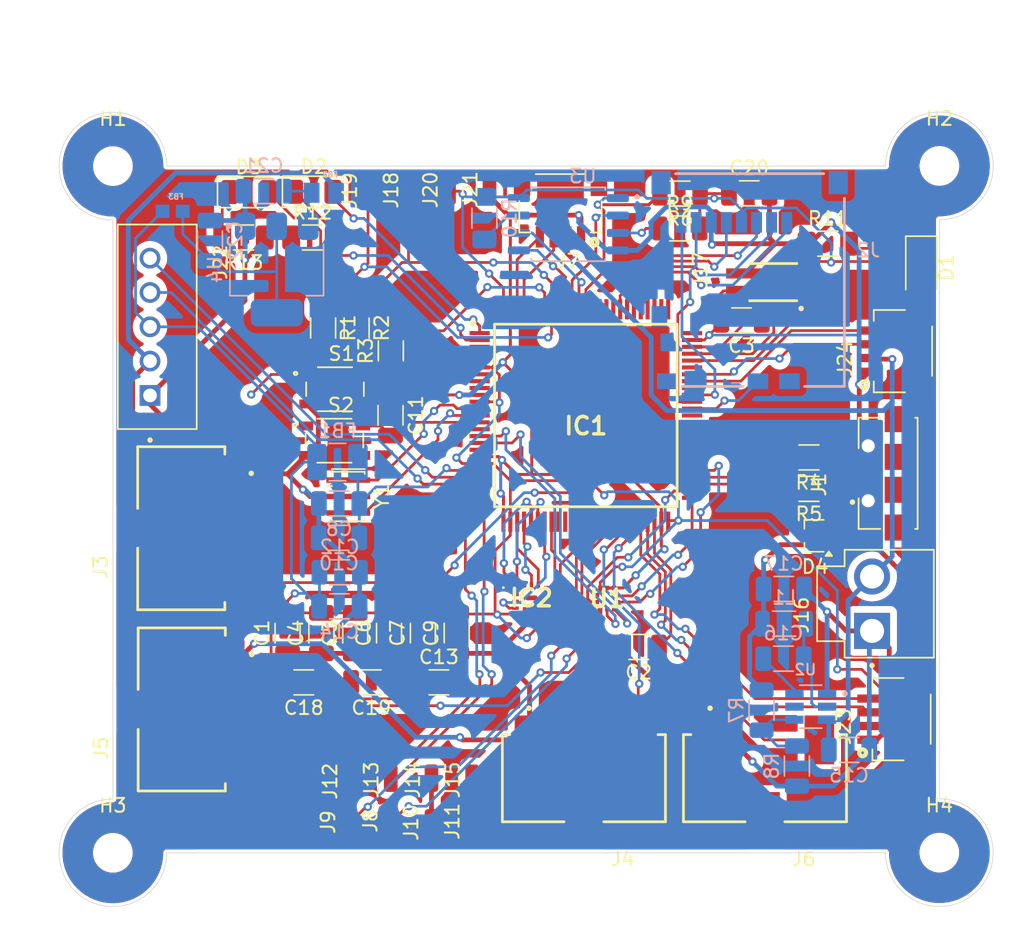
<source format=kicad_pcb>
(kicad_pcb (version 20241229) (generator "pcbnew") (generator_version "9.0")
  (layers (0 "F.Cu" signal) (2 "B.Cu" signal) (13 "F.Paste" user) (15 "B.Paste" user) (5 "F.SilkS" user "F.Silkscreen") (7 "B.SilkS" user "B.Silkscreen") (1 "F.Mask" user) (3 "B.Mask" user) (25 "Edge.Cuts" user))
  (net 0 "")
  (net 1 "VSS")
  (net 2 "VBAT")
  (net 3 "VCAP1")
  (net 4 "VCAP2")
  (net 5 "VDDA")
  (net 6 "NRST")
  (net 7 "+BATT")
  (net 8 "Net-(U2-SW)")
  (net 9 "Net-(U2-BST)")
  (net 10 "+5V_REG")
  (net 11 "Net-(U4-VI)")
  (net 12 "+5V")
  (net 13 "Net-(U4-VO)")
  (net 14 "UART4_RX")
  (net 15 "Net-(D1-K)")
  (net 16 "Net-(D2-K)")
  (net 17 "LED1")
  (net 18 "LED2")
  (net 19 "Net-(D3-K)")
  (net 20 "+5V_USB")
  (net 21 "Net-(J1-D-)")
  (net 26 "Net-(J1-D+)")
  (net 28 "SD_DET")
  (net 30 "SD_CK")
  (net 31 "SD_CMD")
  (net 32 "SD_D1")
  (net 33 "SD_D3")
  (net 34 "SD_D2")
  (net 35 "SD_D0")
  (net 36 "CAM_RX")
  (net 38 "CAM_TX")
  (net 42 "SPI3_MOSI")
  (net 43 "BOOT")
  (net 45 "SPI3_MISO")
  (net 46 "ESC1")
  (net 47 "ESC3")
  (net 48 "SWCLK")
  (net 49 "SWDIO")
  (net 51 "BMP_INT")
  (net 52 "ESC2")
  (net 53 "ESC4")
  (net 54 "GPS_RX")
  (net 57 "GPS_TX")
  (net 58 "COMP_TX")
  (net 60 "COMP_RX")
  (net 62 "TELE_TX")
  (net 63 "TELE_RX")
  (net 64 "RF_TX")
  (net 65 "RF_RX")
  (net 66 "USB_D+")
  (net 68 "/I2C1_SCL")
  (net 69 "/I2C1_SDA")
  (net 73 "FLASH_CS")
  (net 74 "BMI_INT2")
  (net 75 "Net-(IC1-PH0-_OSC_IN)")
  (net 84 "FLASH_CLK")
  (net 86 "USB_D-")
  (net 87 "SPI1_MISO")
  (net 88 "SPI2_MISO")
  (net 90 "SPI1_MOSI")
  (net 91 "SPI2_SCK")
  (net 93 "SPI1_SCK")
  (net 95 "BMI_INT1")
  (net 102 "BMP_CS")
  (net 103 "UART4_TX")
  (net 105 "GYRO_CS")
  (net 106 "SPI2_MOSI")
  (net 107 "Net-(IC1-PH1-_OSC_OU_T)")
  (net 118 "Net-(R3-Pad1)")
  (net 119 "Net-(U2-FB)")
  (net 120 "Net-(U3-~{WP}(IO2))")
  (net 121 "Net-(U3-~{HOLD}{slash}RESET(IO3))")
  (footprint "MountingHole:MountingHole_2.5mm" (layer "F.Cu") (at 143.0916 122.2452)
    (property "Reference" "H3")
    (property "Value" "MountingHole")
  )
  (footprint "Resistor_SMD:R_1206_3216Metric" (layer "F.Cu") (at 158.41 84.01 -90)
    (property "Reference" "R1")
    (property "Value" "2k")
  )
  (footprint "Resistor_SMD:R_1206_3216Metric" (layer "F.Cu") (at 163.341 85.678 90)
    (property "Reference" "R3")
    (property "Value" "10k")
  )
  (footprint "Connector_Wire:SolderWirePad_1x01_SMD_1x2mm" (layer "F.Cu") (at 169.27 116.809467)
    (property "Reference" "J15")
    (property "Value" "Conn_01x01_Pin")
  )
  (footprint "LED_SMD:LED_1206_3216Metric" (layer "F.Cu") (at 153 74.11)
    (property "Reference" "D3")
    (property "Value" "LED")
  )
  (footprint "Capacitor_SMD:C_1206_3216Metric" (layer "F.Cu") (at 163.212 106.24 90)
    (property "Reference" "C6")
    (property "Value" "0.1u")
  )
  (footprint "ESC Connector:SAMTEC_HFWJ-03-X-X-S-VS" (layer "F.Cu") (at 190.6 116.81 180)
    (property "Reference" "J6")
    (property "Value" "HFWJ-03-X-X-S-VS")
  )
  (footprint "Capacitor_SMD:C_1206_3216Metric" (layer "F.Cu") (at 160.748 106.24 90)
    (property "Reference" "C5")
    (property "Value" "0.1u")
  )
  (footprint "Connector_Wire:SolderWirePad_1x01_SMD_1x2mm" (layer "F.Cu") (at 160.37 116.934467)
    (property "Reference" "J12")
    (property "Value" "Conn_01x01_Pin")
  )
  (footprint "SKRPACE010:SW_SKRPACE010" (layer "F.Cu") (at 159.277 88.472)
    (property "Reference" "S1")
    (property "Value" "SKRPACE010")
  )
  (footprint "CAM_GPS_COMP Connector:JST_SM04B-SRSS-TB_LF__SN_" (layer "F.Cu") (at 175.7 77.375 180)
    (property "Reference" "J7")
    (property "Value" "SM04B-SRSS-TB_LF__SN_")
  )
  (footprint "Connector_Wire:SolderWirePad_1x01_SMD_1x2mm" (layer "F.Cu") (at 166.303333 120.059467)
    (property "Reference" "J10")
    (property "Value" "Conn_01x01_Pin")
  )
  (footprint "Connector_Wire:SolderWirePad_1x01_SMD_1x2mm" (layer "F.Cu") (at 161.68 74.11)
    (property "Reference" "J19")
    (property "Value" "Conn_01x01_Pin")
  )
  (footprint "UJ2-MIBH-G-SMT-TR:CUI_UJ2-MIBH-G-SMT-TR" (layer "F.Cu") (at 200.27 94.6 90)
    (property "Reference" "J1")
    (property "Value" "UJ2-MIBH-G-SMT-TR")
  )
  (footprint "Capacitor_SMD:C_1206_3216Metric" (layer "F.Cu") (at 163.32 90.375 -90)
    (property "Reference" "C11")
    (property "Value" "0.1u")
  )
  (footprint "Capacitor_SMD:C_1206_3216Metric" (layer "F.Cu") (at 189.45 74.2)
    (property "Reference" "C20")
    (property "Value" "0.1u")
  )
  (footprint "MountingHole:MountingHole_2.5mm" (layer "F.Cu") (at 203.308141 72.206141)
    (property "Reference" "H2")
    (property "Value" "MountingHole")
  )
  (footprint "CAM_GPS_COMP Connector:JST_SM04B-SRSS-TB_LF__SN_" (layer "F.Cu") (at 198.2 85.7 90)
    (property "Reference" "J24")
    (property "Value" "SM04B-SRSS-TB_LF__SN_")
  )
  (footprint "Capacitor_SMD:C_1206_3216Metric" (layer "F.Cu") (at 158.284 106.24 90)
    (property "Reference" "C4")
    (property "Value" "0.1u")
  )
  (footprint "Capacitor_SMD:C_1206_3216Metric" (layer "F.Cu") (at 157 109.83 180)
    (property "Reference" "C18")
    (property "Value" "100n")
  )
  (footprint "Connector_Wire:SolderWirePad_1x01_SMD_1x2mm" (layer "F.Cu") (at 166.303333 116.809467)
    (property "Reference" "J14")
    (property "Value" "Conn_01x01_Pin")
  )
  (footprint "CAM_GPS_COMP Connector:JST_SM04B-SRSS-TB_LF__SN_" (layer "F.Cu") (at 198.1 112.51 90)
    (property "Reference" "J23")
    (property "Value" "SM04B-SRSS-TB_LF__SN_")
  )
  (footprint "Connector_Wire:SolderWirePad_1x01_SMD_1x2mm" (layer "F.Cu") (at 163.336667 120.059467)
    (property "Reference" "J8")
    (property "Value" "Conn_01x01_Pin")
  )
  (footprint "Capacitor_SMD:C_1206_3216Metric" (layer "F.Cu") (at 166.845 109.83)
    (property "Reference" "C13")
    (property "Value" "100n")
  )
  (footprint "BMP581:BMP581" (layer "F.Cu") (at 179.1 103.725)
    (property "Reference" "U1")
    (property "Value" "BMP581" (hide yes))
  )
  (footprint "LED_SMD:LED_1206_3216Metric" (layer "F.Cu") (at 157.73 74.09)
    (property "Reference" "D2")
    (property "Value" "LED")
  )
  (footprint "Resistor_SMD:R_1206_3216Metric" (layer "F.Cu") (at 184.3875 76.76)
    (property "Reference" "R9")
    (property "Value" "10k")
  )
  (footprint "STM32F746VGT7:QFP50P1600X1600X160-100N" (layer "F.Cu") (at 177.549 90.386)
    (property "Reference" "IC1")
    (property "Value" "STM32F746VGT7" (hide yes))
  )
  (footprint "Capacitor_SMD:C_1206_3216Metric" (layer "F.Cu") (at 181.4 107.25 180)
    (property "Reference" "C2")
    (property "Value" "2.2u")
  )
  (footprint "Resistor_SMD:R_1206_3216Metric_Pad1.30x1.75mm_HandSolder" (layer "F.Cu") (at 157.63 77.42)
    (property "Reference" "R12")
    (property "Value" "500")
  )
  (footprint "SKRPACE010:SW_SKRPACE010" (layer "F.Cu") (at 159.234 92.223)
    (property "Reference" "S2")
    (property "Value" "SKRPACE010")
  )
  (footprint "UART Connector:JST_B5B-XH-A_LF__SN_" (layer "F.Cu") (at 146.325 83.925 -90)
    (property "Reference" "J22")
    (property "Value" "B5B-XH-A_LF__SN_")
  )
  (footprint "Crystal:Resonator_SMD_Murata_CSTxExxV-3Pin_3.0x1.1mm_HandSoldering" (layer "F.Cu") (at 160.24 96.29 -90)
    (property "Reference" "Y1")
    (property "Value" "16MHz")
  )
  (footprint "ESC Connector:SAMTEC_HFWJ-03-X-X-S-VS" (layer "F.Cu") (at 148.11 111.8 90)
    (property "Reference" "J5")
    (property "Value" "HFWJ-03-X-X-S-VS")
  )
  (footprint "LED_SMD:LED_1206_3216Metric" (layer "F.Cu") (at 201.99 79.61 -90)
    (property "Reference" "D1")
    (property "Value" "LED")
  )
  (footprint "Package_TO_SOT_SMD:SOT-323_SC-70" (layer "F.Cu") (at 194.2 99.15 180)
    (property "Reference" "D4")
    (property "Value" "BAT54CW")
  )
  (footprint "Capacitor_SMD:C_1206_3216Metric" (layer "F.Cu") (at 188.89 83.46 180)
    (property "Reference" "C3")
    (property "Value" "2.2u")
  )
  (footprint "Resistor_SMD:R_1206_3216Metric" (layer "F.Cu") (at 193.802 93.444 180)
    (property "Reference" "R4")
    (property "Value" "22")
  )
  (footprint "Connector_Wire:SolderWirePad_1x01_SMD_1x2mm" (layer "F.Cu") (at 167.58 74.05)
    (property "Reference" "J20")
    (property "Value" "Conn_01x01_Pin")
  )
  (footprint "Capacitor_SMD:C_1206_3216Metric" (layer "F.Cu") (at 168.14 106.24 90)
    (property "Reference" "C9")
    (property "Value" "0.1u")
  )
  (footprint "Connector_Wire:SolderWirePad_1x01_SMD_1x2mm" (layer "F.Cu") (at 164.63 74.05)
    (property "Reference" "J18")
    (property "Value" "Conn_01x01_Pin")
  )
  (footprint "Connector_Wire:SolderWirePad_1x01_SMD_1x2mm" (layer "F.Cu") (at 160.37 120.059467)
    (property "Reference" "J9")
    (property "Value" "Conn_01x01_Pin")
  )
  (footprint "BMI323:BMI323" (layer "F.Cu") (at 173.587 103.675)
    (property "Reference" "IC2")
    (property "Value" "BMI323" (hide yes))
  )
  (footprint "MountingHole:MountingHole_2.5mm" (layer "F.Cu") (at 203.3016 122.2332)
    (property "Reference" "H4")
    (property "Value" "MountingHole")
  )
  (footprint "Capacitor_SMD:C_1206_3216Metric" (layer "F.Cu") (at 155.82 106.24 90)
    (property "Reference" "C1")
    (property "Value" "10u")
  )
  (footprint "ESC Connector:SAMTEC_HFWJ-03-X-X-S-VS" (layer "F.Cu") (at 148.075 98.6 90)
    (property "Reference" "J3")
    (property "Value" "HFWJ-03-X-X-S-VS")
  )
  (footprint "Connector_Wire:SolderWirePad_1x01_SMD_1x2mm" (layer "F.Cu") (at 170.53 74.05)
    (property "Reference" "J21")
    (property "Value" "Conn_01x01_Pin")
  )
  (footprint "Capacitor_SMD:C_1206_3216Metric" (layer "F.Cu") (at 165.676 106.24 90)
    (property "Reference" "C7")
    (property "Value" "0.1u")
  )
  (footprint "Capacitor_SMD:C_1206_3216Metric" (layer "F.Cu") (at 161.9225 109.83 180)
    (property "Reference" "C19")
    (property "Value" "100n")
  )
  (footprint "Connector_Wire:SolderWirePad_1x01_SMD_1x2mm" (layer "F.Cu") (at 169.27 120.059467)
    (property "Reference" "J11")
    (property "Value" "Conn_01x01_Pin")
  )
  (footprint "ESC Connector:SAMTEC_HFWJ-03-X-X-S-VS" (layer "F.Cu") (at 177.407333 116.81 180)
    (property "Reference" "J4")
    (property "Value" "HFWJ-03-X-X-S-VS")
  )
  (footprint "MountingHole:MountingHole_2.5mm" (layer "F.Cu") (at 143.098141 72.218141)
    (property "Reference" "H1")
    (property "Value" "MountingHole")
  )
  (footprint "Resistor_SMD:R_1206_3216Metric" (layer "F.Cu") (at 184.41 74.22 180)
    (property "Reference" "R6")
    (property "Value" "10k")
  )
  (footprint "Resistor_SMD:R_1206_3216Metric" (layer "F.Cu") (at 193.802 95.73 180)
    (property "Reference" "R5")
    (property "Value" "22")
  )
  (footprint "Resistor_SMD:R_1206_3216Metric_Pad1.30x1.75mm_HandSolder" (layer "F.Cu") (at 152.61 77.42 180)
    (property "Reference" "R13")
    (property "Value" "500")
  )
  (footprint "SWD Connector:SAMTEC_FTSH-102-01-G-DV" (layer "F.Cu") (at 191.2 80.6725 90)
    (property "Reference" "J17")
    (property "Value" "FTSH-102-01-G-DV")
  )
  (footprint "Power Connector:JST_B2P-VH_LF__SN_" (layer "F.Cu") (at 198.4 104.1 90)
    (property "Reference" "J16")
    (property "Value" "B2P-VH_LF__SN_")
  )
  (footprint "Connector_Wire:SolderWirePad_1x01_SMD_1x2mm" (layer "F.Cu") (at 163.336667 116.809467)
    (property "Reference" "J13")
    (property "Value" "Conn_01x01_Pin")
  )
  (footprint "Resistor_SMD:R_1206_3216Metric" (layer "F.Cu") (at 160.85 84.01 -90)
    (property "Reference" "R2")
    (property "Value" "2k")
  )
  (footprint "Resistor_SMD:R_1206_3216Metric_Pad1.30x1.75mm_HandSolder" (layer "F.Cu") (at 195.18 77.87)
    (property "Reference" "R11")
    (property "Value" "500")
  )
  (footprint "AP62301WU-7:SOT95P280X100-6N" (layer "B.Cu") (at 193.935 111.6 180)
    (property "Reference" "U2")
    (property "Value" "AP62301WU-7")
  )
  (footprint "Capacitor_SMD:C_1206_3216Metric" (layer "B.Cu") (at 159.59 104.29)
    (property "Reference" "C14")
    (property "Value" "100n")
  )
  (footprint "Capacitor_SMD:C_1206_3216Metric" (layer "B.Cu") (at 159.575 96.8)
    (property "Reference" "C8")
    (property "Value" "10n")
  )
  (footprint "Inductor_SMD:L_1206_3216Metric" (layer "B.Cu") (at 192 105.55 180)
    (property "Reference" "L1")
    (property "Value" "3.3u")
  )
  (footprint "W25Q16JVSSIQ:SOIC127P790X216-8N" (layer "B.Cu") (at 176.276 76.454 180)
    (property "Reference" "U3")
    (property "Value" "W25Q16JVSSIQ")
  )
  (footprint "Resistor_SMD:R_1206_3216Metric_Pad1.30x1.75mm_HandSolder" (layer "B.Cu") (at 170.16 76.01 90)
    (property "Reference" "R10")
    (property "Value" "10k")
  )
  (footprint "Capacitor_SMD:C_1206_3216Metric" (layer "B.Cu") (at 150.16 77.66 90)
    (property "Reference" "C22")
    (property "Value" "10u")
  )
  (footprint "5V FB:BEADC2012X105N" (layer "B.Cu") (at 158.46525 74.16 180)
    (property "Reference" "FB2")
    (property "Value" "100MHz")
  )
  (footprint "Package_TO_SOT_SMD:SOT-223-3_TabPin2" (layer "B.Cu") (at 155.03 79.75 -90)
    (property "Reference" "U4")
    (property "Value" "AMS1117-3.3")
  )
  (footprint "Inductor_SMD:L_1210_3225Metric_Pad1.42x2.65mm_HandSolder" (layer "B.Cu") (at 159.4575 93.78 180)
    (property "Reference" "FB1")
    (property "Value" "120MHz")
  )
  (footprint "Resistor_SMD:R_1206_3216Metric" (layer "B.Cu") (at 192.925 115.925 -90)
    (property "Reference" "R8")
    (property "Value" "10k")
  )
  (footprint "Capacitor_SMD:C_1206_3216Metric" (layer "B.Cu") (at 159.615 101.81 180)
    (property "Reference" "C12")
    (property "Value" "1u")
  )
  (footprint "Capacitor_SMD:C_1206_3216Metric" (layer "B.Cu") (at 191.975 103.025 180)
    (property "Reference" "C17")
    (property "Value" "44u")
  )
  (footprint "Capacitor_SMD:C_1206_3216Metric" (layer "B.Cu") (at 196.725 114.75)
    (property "Reference" "C15")
    (property "Value" "10u")
  )
  (footprint "Capacitor_SMD:C_1206_3216Metric" (layer "B.Cu") (at 191.95 108.1 180)
    (property "Reference" "C16")
    (property "Value" "100n")
  )
  (footprint "3.3V FB:BEADC1608X95N" (layer "B.Cu") (at 147.45 75.51 180)
    (property "Reference" "FB3")
    (property "Value" "100MHz")
  )
  (footprint "Capacitor_SMD:C_1206_3216Metric" (layer "B.Cu") (at 154.08 74.04 180)
    (property "Reference" "C21")
    (property "Value" "10u")
  )
  (footprint "Capacitor_SMD:C_1206_3216Metric" (layer "B.Cu") (at 159.57 99.3)
    (property "Reference" "C10")
    (property "Value" "1u")
  )
  (footprint "5025700893:MOLEX_5025700893" (layer "B.Cu") (at 189.484 80.518 180)
    (property "Reference" "J2")
    (property "Value" "5025700893")
  )
  (footprint "Resistor_SMD:R_1206_3216Metric" (layer "B.Cu") (at 190.35 111.85 -90)
    (property "Reference" "R7")
    (property "Value" "52.3k")
  )
  (gr_line (start 203.308141 118.3132) (end 203.308141 76.126141) (stroke (width 0.05)) (layer "Edge.Cuts"))
  (gr_line (start 189.1716 122.2452) (end 197.013459 122.243341) (stroke (width 0.05)) (layer "Edge.Cuts"))
  (gr_line (start 147.0116 122.2452) (end 189.1716 122.2452) (stroke (width 0.05)) (layer "Edge.Cuts"))
  (gr_line (start 143.098141 76.138141) (end 143.098141 118.325206) (stroke (width 0.05)) (layer "Edge.Cuts"))
  (gr_line (start 199.388141 72.206141) (end 197.02 72.216282) (stroke (width 0.05)) (layer "Edge.Cuts"))
  (gr_line (start 199.3816 122.2332) (end 197.013459 122.243341) (stroke (width 0.05)) (layer "Edge.Cuts"))
  (gr_line (start 147.018141 72.218141) (end 189.178141 72.218141) (stroke (width 0.05)) (layer "Edge.Cuts"))
  (gr_line (start 189.178141 72.218141) (end 197.02 72.216282) (stroke (width 0.05)) (layer "Edge.Cuts"))
  (gr_arc (start 203.3016 118.3132) (mid 206.073459 125.005059) (end 199.3816 122.2332) (stroke (width 0.05)) (layer "Edge.Cuts"))
  (gr_arc (start 147.0116 122.2452) (mid 140.319741 125.017059) (end 143.0916 118.3252) (stroke (width 0.05)) (layer "Edge.Cuts"))
  (gr_arc (start 199.388141 72.206141) (mid 206.08 69.434282) (end 203.308141 76.126141) (stroke (width 0.05)) (layer "Edge.Cuts"))
  (gr_arc (start 143.098141 76.138141) (mid 140.326282 69.446282) (end 147.018141 72.218141) (stroke (width 0.05)) (layer "Edge.Cuts"))
  (segment (start 189.165 80.0375) (end 191.3325 77.87) (width 0.35) (layer "F.Cu") (net 1))
  (segment (start 188.11 114.02) (end 189.69 115.6) (width 0.35) (layer "F.Cu") (net 1))
  (segment (start 158.424 88.325) (end 162.745 88.325) (width 0.35) (layer "F.Cu") (net 1))
  (segment (start 174.087 104.588) (end 173.587 104.588) (width 0.22) (layer "F.Cu") (net 1))
  (segment (start 183.28 100.13) (end 183.049 99.899) (width 0.22) (layer "F.Cu") (net 1))
  (segment (start 168.32 109.83) (end 168.32 107.895) (width 0.35) (layer "F.Cu") (net 1))
  (segment (start 171.196 93.386) (end 169.811 93.386) (width 0.22) (layer "F.Cu") (net 1))
  (segment (start 145.8 89.575) (end 150.865 94.64) (width 0.35) (layer "F.Cu") (net 1))
  (segment (start 198.748166 114.01) (end 199.652 113.106166) (width 0.35) (layer "F.Cu") (net 1))
  (segment (start 178.574 105.899) (end 178.574 104.5) (width 0.35) (layer "F.Cu") (net 1))
  (segment (start 157.202 89.547) (end 158.424 88.325) (width 0.35) (layer "F.Cu") (net 1))
  (segment (start 190.925 74.2) (end 190.925 77.4625) (width 0.35) (layer "F.Cu") (net 1))
  (segment (start 186.64 114.02) (end 188.11 114.02) (width 0.35) (layer "F.Cu") (net 1))
  (segment (start 179.925 107.25) (end 186.64 113.965) (width 0.35) (layer "F.Cu") (net 1))
  (segment (start 169.27 116.809467) (end 169.27 120.059467) (width 0.35) (layer "F.Cu") (net 1))
  (segment (start 168.14 107.715) (end 171.0745 107.715) (width 0.35) (layer "F.Cu") (net 1))
  (segment (start 160.748 107.715) (end 158.284 107.715) (width 0.35) (layer "F.Cu") (net 1))
  (segment (start 173.447333 114.02) (end 168.57 114.02) (width 0.35) (layer "F.Cu") (net 1))
  (segment (start 150.9 107.84) (end 152.55 107.84) (width 0.35) (layer "F.Cu") (net 1))
  (segment (start 186.535 84.525) (end 187.415 83.645) (width 0.2) (layer "F.Cu") (net 1))
  (segment (start 173.61 94.68) (end 180.605915 94.68) (width 0.22) (layer "F.Cu") (net 1))
  (segment (start 171.549 96.269) (end 171.35 96.07) (width 0.22) (layer "F.Cu") (net 1))
  (segment (start 199.652 107.332) (end 198.4 106.08) (width 0.35) (layer "F.Cu") (net 1))
  (segment (start 172.264467 113.815) (end 172.305 113.815) (width 0.35) (layer "F.Cu") (net 1))
  (segment (start 173.447333 114.02) (end 173.447333 110.087833) (width 0.35) (layer "F.Cu") (net 1))
  (segment (start 162.745 88.325) (end 163.32 88.9) (width 0.35) (layer "F.Cu") (net 1))
  (segment (start 175.603333 116.176) (end 184.484 116.176) (width 0.35) (layer "F.Cu") (net 1))
  (segment (start 183.049 97.123085) (end 183.049 98.124) (width 0.22) (layer "F.Cu") (net 1))
  (segment (start 177.2 75.96) (end 177.03 75.79) (width 0.35) (layer "F.Cu") (net 1))
  (segment (start 187.415 83.645) (end 187.415 83.46) (width 0.2) (layer "F.Cu") (net 1))
  (segment (start 193.63 77.87) (end 193.87 77.87) (width 0.35) (layer "F.Cu") (net 1))
  (segment (start 186.64 113.965) (end 186.64 114.02) (width 0.35) (layer "F.Cu") (net 1))
  (segment (start 155.817 94.657) (end 155.817 94.64) (width 0.35) (layer "F.Cu") (net 1))
  (segment (start 172.049 75.949) (end 171.89 75.79) (width 0.22) (layer "F.Cu") (net 1))
  (segment (start 160.24 96.29) (end 157.45 96.29) (width 0.35) (layer "F.Cu") (net 1))
  (segment (start 172.049 82.648) (end 172.049 75.949) (width 0.22) (layer "F.Cu") (net 1))
  (segment (start 173.447333 114.02) (end 175.603333 116.176) (width 0.35) (layer "F.Cu") (net 1))
  (segment (start 163.334 88.886) (end 163.32 88.9) (width 0.22) (layer "F.Cu") (net 1))
  (segment (start 172.49 94.68) (end 173.61 94.68) (width 0.22) (layer "F.Cu") (net 1))
  (segment (start 186.74 77.94) (end 186.81 77.87) (width 0.35) (layer "F.Cu") (net 1))
  (segment (start 171.44 93.63) (end 172.49 94.68) (width 0.22) (layer "F.Cu") (net 1))
  (segment (start 186.174 84.886) (end 186.535 84.525) (width 0.2) (layer "F.Cu") (net 1))
  (segment (start 170.53 74.43) (end 171.89 75.79) (width 0.35) (layer "F.Cu") (net 1))
  (segment (start 152.55 107.84) (end 153.39 107) (width 0.35) (layer "F.Cu") (net 1))
  (segment (start 179.1 102.95) (end 179.6 102.95) (width 0.22) (layer "F.Cu") (net 1))
  (segment (start 165.676 107.715) (end 163.212 107.715) (width 0.35) (layer "F.Cu") (net 1))
  (segment (start 197.595 93.3) (end 197.469 93.174) (width 0.35) (layer "F.Cu") (net 1))
  (segment (start 197.469 93.174) (end 197.469 87.931) (width 0.35) (layer "F.Cu") (net 1))
  (segment (start 172.049 85.961) (end 171.5 86.51) (width 0.22) (layer "F.Cu") (net 1))
  (segment (start 183.049 99.899) (end 183.049 98.124) (width 0.22) (layer "F.Cu") (net 1))
  (segment (start 156.94 95.78) (end 155.817 94.657) (width 0.35) (layer "F.Cu") (net 1))
  (segment (start 155.817 94.64) (end 157.159 93.298) (width 0.35) (layer "F.Cu") (net 1))
  (segment (start 198.1 114.01) (end 198.748166 114.01) (width 0.35) (layer "F.Cu") (net 1))
  (segment (start 158.475 109.83) (end 158.475 107.906) (width 0.35) (layer "F.Cu") (net 1))
  (segment (start 169.811 88.886) (end 163.334 88.886) (width 0.22) (layer "F.Cu") (net 1))
  (segment (start 173.447333 110.087833) (end 171.0745 107.715) (width 0.35) (layer "F.Cu") (net 1))
  (segment (start 145.8 88.925) (end 145.8 89.575) (width 0.35) (layer "F.Cu") (net 1))
  (segment (start 168.14 107.715) (end 165.676 107.715) (width 0.35) (layer "F.Cu") (net 1))
  (segment (start 191.3325 77.87) (end 193.63 77.87) (width 0.35) (layer "F.Cu") (net 1))
  (segment (start 196.52 106.08) (end 195.12 104.68) (width 0.35) (layer "F.Cu") (net 1))
  (segment (start 163.3975 109.83) (end 163.3975 107.9005) (width 0.35) (layer "F.Cu") (net 1))
  (segment (start 154.16 77.63) (end 152.73 79.06) (width 0.35) (layer "F.Cu") (net 1))
  (segment (start 179.925 107.25) (end 178.574 105.899) (width 0.35) (layer "F.Cu") (net 1))
  (segment (start 163.3975 107.9005) (end 163.212 107.715) (width 0.35) (layer "F.Cu") (net 1))
  (segment (start 157.45 96.29) (end 156.94 95.78) (width 0.35) (layer "F.Cu") (net 1))
  (segment (start 168.57 114.02) (end 168.38 113.83) (width 0.35) (layer "F.Cu") (net 1))
  (segment (start 177.2 77.375) (end 177.2 75.96) (width 0.35) (layer "F.Cu") (net 1))
  (segment (start 199.652 113.106166) (end 199.652 107.332) (width 0.35) (layer "F.Cu") (net 1))
  (segment (start 179.6 102.95) (end 180.26 102.95) (width 0.22) (layer "F.Cu") (net 1))
  (segment (start 173.61 88.62) (end 173.61 94.68) (width 0.22) (layer "F.Cu") (net 1))
  (segment (start 152.709974 79.064689) (end 152.709974 82.015026) (width 0.35) (layer "F.Cu") (net 1))
  (segment (start 155.82 107.715) (end 158.284 107.715) (width 0.35) (layer "F.Cu") (net 1))
  (segment (start 197.469 87.931) (end 198.2 87.2) (width 0.35) (layer "F.Cu") (net 1))
  (segment (start 171.0745 107.715) (end 173.588 105.2015) (width 0.35) (layer "F.Cu") (net 1))
  (segment (start 171.549 98.124) (end 171.549 96.269) (width 0.22) (layer "F.Cu") (net 1))
  (segment (start 180.605915 94.68) (end 183.049 97.123085) (width 0.22) (layer "F.Cu") (net 1))
  (segment (start 171.44 93.63) (end 171.196 93.386) (width 0.22) (layer "F.Cu") (net 1))
  (segment (start 184.484 116.176) (end 186.64 114.02) (width 0.35) (layer "F.Cu") (net 1))
  (segment (start 172.049 82.648) (end 172.049 85.961) (width 0.22) (layer "F.Cu") (net 1))
  (segment (start 152.709974 82.015026) (end 145.8 88.925) (width 0.35) (layer "F.Cu") (net 1))
  (segment (start 177.03 75.79) (end 171.89 75.79) (width 0.35) (layer "F.Cu") (net 1))
  (segment (start 158.06 90.405) (end 157.202 89.547) (width 0.35) (layer "F.Cu") (net 1))
  (segment (start 168.32 107.895) (end 168.14 107.715) (width 0.35) (layer "F.Cu") (net 1))
  (segment (start 185.287 84.886) (end 186.174 84.886) (width 0.2) (layer "F.Cu") (net 1))
  (segment (start 172.51 114.02) (end 173.447333 114.02) (width 0.35) (layer "F.Cu") (net 1))
  (segment (start 169.27 116.809467) (end 172.264467 113.815) (width 0.35) (layer "F.Cu") (net 1))
  (segment (start 158.06 92.397) (end 158.06 90.405) (width 0.35) (layer "F.Cu") (net 1))
  (segment (start 156.08 77.42) (end 154.16 77.42) (width 0.35) (layer "F.Cu") (net 1))
  (segment (start 172.305 113.815) (end 172.51 114.02) (width 0.35) (layer "F.Cu") (net 1))
  (segment (start 198.4 106.08) (end 196.52 106.08) (width 0.35) (layer "F.Cu") (net 1))
  (segment (start 173.588 105.2015) (end 173.588 104.588) (width 0.35) (layer "F.Cu") (net 1))
  (segment (start 180.26 102.95) (end 181.18 102.03) (width 0.22) (layer "F.Cu") (net 1))
  (segment (start 170.53 74.05) (end 170.53 74.43) (width 0.35) (layer "F.Cu") (net 1))
  (segment (start 158.475 107.906) (end 158.284 107.715) (width 0.35) (layer "F.Cu") (net 1))
  (segment (start 163.212 107.715) (end 160.748 107.715) (width 0.35) (layer "F.Cu") (net 1))
  (segment (start 186.81 77.87) (end 191.3325 77.87) (width 0.35) (layer "F.Cu") (net 1))
  (segment (start 171.5 86.51) (end 173.61 88.62) (width 0.22) (layer "F.Cu") (net 1))
  (segment (start 193.87 77.87) (end 195.42 76.32) (width 0.35) (layer "F.Cu") (net 1))
  (segment (start 154.16 77.42) (end 154.16 77.63) (width 0.35) (layer "F.Cu") (net 1))
  (segment (start 157.159 93.298) (end 158.06 92.397) (width 0.35) (layer "F.Cu") (net 1))
  (segment (start 190.925 77.4625) (end 191.3325 77.87) (width 0.35) (layer "F.Cu") (net 1))
  (segment (start 150.865 94.64) (end 155.817 94.64) (width 0.35) (layer "F.Cu") (net 1))
  (via (at 195.12 104.68) (size 0.6) (drill 0.3) (layers "F.Cu" "B.Cu") (net 1))
  (via (at 197.46 88.12) (size 0.6) (drill 0.3) (layers "F.Cu" "B.Cu") (net 1))
  (via (at 183.28 100.13) (size 0.6) (drill 0.3) (layers "F.Cu" "B.Cu") (net 1))
  (via (at 181.18 102.03) (size 0.6) (drill 0.3) (layers "F.Cu" "B.Cu") (net 1))
  (via (at 177.03 75.79) (size 0.6) (drill 0.3) (layers "F.Cu" "B.Cu") (net 1))
  (via (at 168.33 88.89) (size 0.6) (drill 0.3) (layers "F.Cu" "B.Cu") (net 1))
  (via (at 153.386745 107.014189) (size 0.6) (drill 0.3) (layers "F.Cu" "B.Cu") (net 1))
  (via (at 171.344344 96.070626) (size 0.6) (drill 0.3) (layers "F.Cu" "B.Cu") (net 1))
  (via (at 171.44 93.63) (size 0.6) (drill 0.3) (layers "F.Cu" "B.Cu") (net 1))
  (via (at 152.709974 79.064689) (size 0.6) (drill 0.3) (layers "F.Cu" "B.Cu") (net 1))
  (via (at 189.69 115.6) (size 0.6) (drill 0.3) (layers "F.Cu" "B.Cu") (net 1))
  (via (at 186.535 84.525) (size 0.6) (drill 0.3) (layers "F.Cu" "B.Cu") (net 1))
  (via (at 195.42 76.32) (size 0.6) (drill 0.3) (layers "F.Cu" "B.Cu") (net 1))
  (via (at 156.94 95.78) (size 0.6) (drill 0.3) (layers "F.Cu" "B.Cu") (net 1))
  (via (at 171.5 86.51) (size 0.6) (drill 0.3) (layers "F.Cu" "B.Cu") (net 1))
  (via (at 186.74 77.94) (size 0.6) (drill 0.3) (layers "F.Cu" "B.Cu") (net 1))
  (via (at 168.38 113.83) (size 0.6) (drill 0.3) (layers "F.Cu" "B.Cu") (net 1))
  (segment (start 181.297009 78.359) (end 182.296 77.360009) (width 0.35) (layer "B.Cu") (net 1))
  (segment (start 195.125 110.65) (end 195.125 104.7) (width 0.35) (layer "B.Cu") (net 1))
  (segment (start 192.925 117.3875) (end 195.5625 117.3875) (width 0.35) (layer "B.Cu") (net 1))
  (segment (start 198.2 114.75) (end 198.2 106.28) (width 0.35) (layer "B.Cu") (net 1))
  (segment (start 158.095 99.3) (end 158.095 96.805) (width 0.35) (layer "B.Cu") (net 1))
  (segment (start 153.386745 107.014189) (end 158.340811 107.014189) (width 0.35) (layer "B.Cu") (net 1))
  (segment (start 150.16 76.185) (end 152.315 76.185) (width 0.35) (layer "B.Cu") (net 1))
  (segment (start 179.881 78.359) (end 181.297009 78.359) (width 0.35) (layer "B.Cu") (net 1))
  (segment (start 195.125 104.7) (end 193.45 103.025) (width 0.35) (layer "B.Cu") (net 1))
  (segment (start 197.46 78.36) (end 197.46 84.6) (width 0.35) (layer "B.Cu") (net 1))
  (segment (start 152.73 76.6) (end 152.73 79.044663) (width 0.35) (layer "B.Cu") (net 1))
  (segment (start 165.156622 113.83) (end 158.340811 107.014189) (width 0.35) (layer "B.Cu") (net 1))
  (segment (start 186.684 76.318) (end 186.684 77.884) (width 0.35) (layer "B.Cu") (net 1))
  (segment (start 195.42 76.32) (end 197.46 78.36) (width 0.35) (layer "B.Cu") (net 1))
  (segment (start 182.296 76.376) (end 182.26 76.34) (width 0.35) (layer "B.Cu") (net 1))
  (segment (start 168.38 113.83) (end 165.156622 113.83) (width 0.35) (layer "B.Cu") (net 1))
  (segment (start 152.315 76.185) (end 152.73 76.6) (width 0.35) (layer "B.Cu") (net 1))
  (segment (start 161.065 101.835) (end 161.09 101.81) (width 0.35) (layer "B.Cu") (net 1))
  (segment (start 161.065 104.29) (end 161.065 101.835) (width 0.35) (layer "B.Cu") (net 1))
  (segment (start 182.296 77.360009) (end 182.296 76.376) (width 0.35) (layer "B.Cu") (net 1))
  (segment (start 158.1 96.8) (end 157.08 95.78) (width 0.35) (layer "B.Cu") (net 1))
  (segment (start 197.46 84.6) (end 197.46 88.12) (width 0.35) (layer "B.Cu") (net 1))
  (segment (start 186.684 75.516) (end 186.684 76.318) (width 0.35) (layer "B.Cu") (net 1))
  (segment (start 186.684 77.884) (end 186.74 77.94) (width 0.35) (layer "B.Cu") (net 1))
  (segment (start 191.4775 117.3875) (end 189.69 115.6) (width 0.35) (layer "B.Cu") (net 1))
  (segment (start 192.925 117.3875) (end 191.4775 117.3875) (width 0.35) (layer "B.Cu") (net 1))
  (segment (start 161.09 101.81) (end 158.58 99.3) (width 0.35) (layer "B.Cu") (net 1))
  (segment (start 171.344344 96.070626) (end 171.344344 93.725656) (width 0.22) (layer "B.Cu") (net 1))
  (segment (start 158.340811 107.014189) (end 161.065 104.29) (width 0.35) (layer "B.Cu") (net 1))
  (segment (start 186.535 84.525) (end 197.385 84.525) (width 0.2) (layer "B.Cu") (net 1))
  (segment (start 158.095 96.805) (end 158.1 96.8) (width 0.35) (layer "B.Cu") (net 1))
  (segment (start 186.36 75.192) (end 186.684 75.516) (width 0.35) (layer "B.Cu") (net 1))
  (segment (start 183.08 100.13) (end 183.28 100.13) (width 0.22) (layer "B.Cu") (net 1))
  (segment (start 157.08 95.78) (end 156.94 95.78) (width 0.35) (layer "B.Cu") (net 1))
  (segment (start 152.73 76.6) (end 152.73 74.165) (width 0.35) (layer "B.Cu") (net 1))
  (segment (start 195.5625 117.3875) (end 198.2 114.75) (width 0.35) (layer "B.Cu") (net 1))
  (segment (start 171.344344 93.725656) (end 171.44 93.63) (width 0.22) (layer "B.Cu") (net 1))
  (segment (start 169.12 88.89) (end 171.5 86.51) (width 0.35) (layer "B.Cu") (net 1))
  (segment (start 181.18 102.03) (end 183.08 100.13) (width 0.22) (layer "B.Cu") (net 1))
  (segment (start 198.2 106.28) (end 198.4 106.08) (width 0.35) (layer "B.Cu") (net 1))
  (segment (start 197.385 84.525) (end 197.46 84.6) (width 0.2) (layer "B.Cu") (net 1))
  (segment (start 179.881 78.359) (end 179.076 78.359) (width 0.35) (layer "B.Cu") (net 1))
  (segment (start 183.408 75.192) (end 186.36 75.192) (width 0.35) (layer "B.Cu") (net 1))
  (segment (start 179.076 78.359) (end 177.03 76.313) (width 0.35) (layer "B.Cu") (net 1))
  (segment (start 182.26 76.34) (end 183.408 75.192) (width 0.35) (layer "B.Cu") (net 1))
  (segment (start 152.73 79.044663) (end 152.709974 79.064689) (width 0.35) (layer "B.Cu") (net 1))
  (segment (start 168.33 88.89) (end 169.12 88.89) (width 0.35) (layer "B.Cu") (net 1))
  (segment (start 177.03 76.313) (end 177.03 75.79) (width 0.35) (layer "B.Cu") (net 1))
  (segment (start 158.58 99.3) (end 158.095 99.3) (width 0.35) (layer "B.Cu") (net 1))
  (segment (start 152.73 74.165) (end 152.605 74.04) (width 0.35) (layer "B.Cu") (net 1))
  (segment (start 178.6 102.5355) (end 179.7255 101.41) (width 0.2) (layer "F.Cu") (net 2))
  (segment (start 169.811 93.886) (end 170.8005 93.886) (width 0.2) (layer "F.Cu") (net 2))
  (segment (start 171.196 89.386) (end 169.811 89.386) (width 0.2) (layer "F.Cu") (net 2))
  (segment (start 167.58 74.05) (end 168.38 74.05) (width 0.2) (layer "F.Cu") (net 2))
  (segment (start 173.087 104.588) (end 172.824 104.851) (width 0.2) (layer "F.Cu") (net 2))
  (segment (start 186.91 74.22) (end 187.955 74.22) (width 0.2) (layer "F.Cu") (net 2))
  (segment (start 174.75 104.425) (end 174.75 105.1) (width 0.2) (layer "F.Cu") (net 2))
  (segment (start 189.165 81.3075) (end 190.262 81.3075) (width 0.2) (layer "F.Cu") (net 2))
  (segment (start 195.87 108.88) (end 197.647 108.88) (width 0.2) (layer "F.Cu") (net 2))
  (segment (start 184.29 98.04) (end 183.633 98.04) (width 0.2) (layer "F.Cu") (net 2))
  (segment (start 187.57 81.3075) (end 185.287 83.5905) (width 0.2) (layer "F.Cu") (net 2))
  (segment (start 154.62 108.925) (end 154.62 105.965) (width 0.2) (layer "F.Cu") (net 2))
  (segment (start 171.549 82.648) (end 170.899 83.298) (width 0.2) (layer "F.Cu") (net 2))
  (segment (start 172.049 95.1345) (end 172.049 98.124) (width 0.2) (layer "F.Cu") (net 2))
  (segment (start 190.96 79.76) (end 191.55 79.17) (width 0.2) (layer "F.Cu") (net 2))
  (segment (start 169.811 93.886) (end 168.546 93.886) (width 0.2) (layer "F.Cu") (net 2))
  (segment (start 178.6 102.95) (end 178.6 103.225) (width 0.2) (layer "F.Cu") (net 2))
  (segment (start 165.676 104.765) (end 168.14 104.765) (width 0.2) (layer "F.Cu") (net 2))
  (segment (start 160.748 104.765) (end 163.212 104.765) (width 0.2) (layer "F.Cu") (net 2))
  (segment (start 164.81016 86.886) (end 169.811 86.886) (width 0.2) (layer "F.Cu") (net 2))
  (segment (start 171.25 87.43) (end 170.706 86.886) (width 0.2) (layer "F.Cu") (net 2))
  (segment (start 185.8725 74.22) (end 186.91 74.22) (width 0.2) (layer "F.Cu") (net 2))
  (segment (start 187.955 74.22) (end 187.975 74.2) (width 0.2) (layer "F.Cu") (net 2))
  (segment (start 170.939 104.739) (end 170.939 100.2235) (width 0.2) (layer "F.Cu") (net 2))
  (segment (start 199.176 110.409) (end 199.176 112.909) (width 0.2) (layer "F.Cu") (net 2))
  (segment (start 190.262 81.3075) (end 190.96 80.6095) (width 0.2) (layer "F.Cu") (net 2))
  (segment (start 160.45 111.031) (end 164.169 111.031) (width 0.2) (layer "F.Cu") (net 2))
  (segment (start 155.82 104.765) (end 158.284 104.765) (width 0.2) (layer "F.Cu") (net 2))
  (segment (start 158.284 104.765) (end 160.748 104.765) (width 0.2) (layer "F.Cu") (net 2))
  (segment (start 154.62 105.965) (end 155.82 104.765) (width 0.2) (layer "F.Cu") (net 2))
  (segment (start 155.82 104.765) (end 155.82 103.88) (width 0.2) (layer "F.Cu") (net 2))
  (segment (start 156.726 111.031) (end 160.45 111.031) (width 0.2) (layer "F.Cu") (net 2))
  (segment (start 199.075 113.01) (end 198.1 113.01) (width 0.2) (layer "F.Cu") (net 2))
  (segment (start 185.287 83.5905) (end 185.287 84.386) (width 0.2) (layer "F.Cu") (net 2))
  (segment (start 170.899 86.693) (end 170.706 86.886) (width 0.2) (layer "F.Cu") (net 2))
  (segment (start 200.15 79.17) (end 201.99 81.01) (width 0.2) (layer "F.Cu") (net 2))
  (segment (start 178.6 103.225) (end 178.35 103.475) (width 0.2) (layer "F.Cu") (net 2))
  (segment (start 168.546 93.886) (end 168.12 93.46) (width 0.2) (layer "F.Cu") (net 2))
  (segment (start 178.6 102.95) (end 178.6 102.5355) (width 0.2) (layer "F.Cu") (net 2))
  (segment (start 163.39666 85.4725) (end 164.81016 86.886) (width 0.2) (layer "F.Cu") (net 2))
  (segment (start 170.939 100.2235) (end 172.049 99.1135) (width 0.2) (layer "F.Cu") (net 2))
  (segment (start 186.91 74.22) (end 186.91 74.559) (width 0.2) (layer "F.Cu") (net 2))
  (segment (start 157.202 87.397) (end 154.633 87.397) (width 0.2) (layer "F.Cu") (net 2))
  (segment (start 160.4475 109.83) (end 160.4475 111.0285) (width 0.2) (layer "F.Cu") (net 2))
  (segment (start 179.7255 101.41) (end 180.21 101.41) (width 0.2) (layer "F.Cu") (net 2))
  (segment (start 171.25 89.44) (end 171.25 87.43) (width 0.2) (layer "F.Cu") (net 2))
  (segment (start 168.226 104.851) (end 168.14 104.765) (width 0.2) (layer "F.Cu") (net 2))
  (segment (start 189.165 81.3075) (end 187.57 81.3075) (width 0.2) (layer "F.Cu") (net 2))
  (segment (start 191.55 79.17) (end 200.15 79.17) (width 0.2) (layer "F.Cu") (net 2))
  (segment (start 183.633 98.04) (end 183.549 98.124) (width 0.2) (layer "F.Cu") (net 2))
  (segment (start 170.706 86.886) (end 169.811 86.886) (width 0.2) (layer "F.Cu") (net 2))
  (segment (start 174.75 105.1) (end 173.25 106.6) (width 0.2) (layer "F.Cu") (net 2))
  (segment (start 164.169 111.031) (end 165.37 109.83) (width 0.2) (layer "F.Cu") (net 2))
  (segment (start 155.82 103.88) (end 156.35 103.35) (width 0.2) (layer "F.Cu") (net 2))
  (segment (start 185.85 76.76) (end 185.85 74.2425) (width 0.2) (layer "F.Cu") (net 2))
  (segment (start 186.91 74.559) (end 186.9 74.569) (width 0.2) (layer "F.Cu") (net 2))
  (segment (start 160.4475 111.0285) (end 160.45 111.031) (width 0.2) (layer "F.Cu") (net 2))
  (segment (start 172.824 104.851) (end 168.226 104.851) (width 0.2) (layer "F.Cu") (net 2))
  (segment (start 178.89 96.2) (end 177.8245 95.1345) (width 0.2) (layer "F.Cu") (net 2))
  (segment (start 155.525 109.83) (end 154.62 108.925) (width 0.2) (layer "F.Cu") (net 2))
  (segment (start 154.633 87.397) (end 153.17 88.86) (width 0.2) (layer "F.Cu") (net 2))
  (segment (start 185.85 74.2425) (end 185.8725 74.22) (width 0.2) (layer "F.Cu") (net 2))
  (segment (start 177.8245 95.1345) (end 172.049 95.1345) (width 0.2) (layer "F.Cu") (net 2))
  (segment (start 160.85 85.4725) (end 163.39666 85.4725) (width 0.2) (layer "F.Cu") (net 2))
  (segment (start 171.09 104.89) (end 170.939 104.739) (width 0.2) (layer "F.Cu") (net 2))
  (segment (start 157.202 87.397) (end 157.202 86.6805) (width 0.2) (layer "F.Cu") (net 2))
  (segment (start 157.202 86.6805) (end 158.41 85.4725) (width 0.2) (layer "F.Cu") (net 2))
  (segment (start 168.38 74.05) (end 168.57 74.24) (width 0.2) (layer "F.Cu") (net 2))
  (segment (start 197.647 108.88) (end 199.176 110.409) (width 0.2) (layer "F.Cu") (net 2))
  (segment (start 172.049 99.1135) (end 172.049 98.124) (width 0.2) (layer "F.Cu") (net 2))
  (segment (start 163.212 104.765) (end 165.676 104.765) (width 0.2) (layer "F.Cu") (net 2))
  (segment (start 158.41 85.4725) (end 160.85 85.4725) (width 0.2) (layer "F.Cu") (net 2))
  (segment (start 171.25 89.44) (end 171.196 89.386) (width 0.2) (layer "F.Cu") (net 2))
  (segment (start 199.176 112.909) (end 199.075 113.01) (width 0.2) (layer "F.Cu") (net 2))
  (segment (start 170.899 83.298) (end 170.899 86.693) (width 0.2) (layer "F.Cu") (net 2))
  (segment (start 190.96 80.6095) (end 190.96 79.76) (width 0.2) (layer "F.Cu") (net 2))
  (segment (start 170.8005 93.886) (end 172.049 95.1345) (width 0.2) (layer "F.Cu") (net 2))
  (segment (start 155.525 109.83) (end 156.726 111.031) (width 0.2) (layer "F.Cu") (net 2))
  (segment (start 171.549 81.099) (end 170.5 80.05) (width 0.2) (layer "F.Cu") (net 2))
  (segment (start 171.549 82.648) (end 171.549 81.099) (width 0.2) (layer "F.Cu") (net 2))
  (via (at 171.25 89.44) (size 0.6) (drill 0.3) (layers "F.Cu" "B.Cu") (net 2))
  (via (at 156.35 103.35) (size 0.6) (drill 0.3) (layers "F.Cu" "B.Cu") (net 2))
  (via (at 170.5 80.05) (size 0.6) (drill 0.3) (layers "F.Cu" "B.Cu") (net 2))
  (via (at 195.87 108.88) (size 0.6) (drill 0.3) (layers "F.Cu" "B.Cu") (net 2))
  (via (at 168.12 93.46) (size 0.6) (drill 0.3) (layers "F.Cu" "B.Cu") (net 2))
  (via (at 173.25 106.6) (size 0.6) (drill 0.3) (layers "F.Cu" "B.Cu") (net 2))
  (via (at 168.57 74.24) (size 0.6) (drill 0.3) (layers "F.Cu" "B.Cu") (net 2))
  (via (at 186.9 74.569) (size 0.6) (drill 0.3) (layers "F.Cu" "B.Cu") (net 2))
  (via (at 195.42 79.24) (size 0.6) (drill 0.3) (layers "F.Cu" "B.Cu") (net 2))
  (via (at 184.29 98.04) (size 0.6) (drill 0.3) (layers "F.Cu" "B.Cu") (net 2))
  (via (at 153.17 88.86) (size 0.6) (drill 0.3) (layers "F.Cu" "B.Cu") (net 2))
  (via (at 171.09 104.89) (size 0.6) (drill 0.3) (layers "F.Cu" "B.Cu") (net 2))
  (via (at 178.89 96.2) (size 0.6) (drill 0.3) (layers "F.Cu" "B.Cu") (net 2))
  (via (at 180.21 101.41) (size 0.6) (drill 0.3) (layers "F.Cu" "B.Cu") (net 2))
  (segment (start 180.92 101.41) (end 184.29 98.04) (width 0.2) (layer "B.Cu") (net 2))
  (segment (start 189.283 75.267) (end 192.885 75.267) (width 0.2) (layer "B.Cu") (net 2))
  (segment (start 168.12 93.46) (end 171.25 90.33) (width 0.2) (layer "B.Cu") (net 2))
  (segment (start 188.884 75.666) (end 189.283 75.267) (width 0.2) (layer "B.Cu") (net 2))
  (segment (start 188.884 76.318) (end 188.884 75.666) (width 0.2) (layer "B.Cu") (net 2))
  (segment (start 146.715 75.51) (end 144.745 77.48) (width 0.2) (layer "B.Cu") (net 2))
  (segment (start 184.29 98.04) (end 190.76 98.04) (width 0.2) (layer "B.Cu") (net 2))
  (segment (start 168.79 74.46) (end 168.57 74.24) (width 0.2) (layer "B.Cu") (net 2))
  (segment (start 145.8 83.925) (end 149.27674 83.925) (width 0.2) (layer "B.Cu") (net 2))
  (segment (start 158.14 104.265) (end 158.115 104.29) (width 0.2) (layer "B.Cu") (net 2))
  (segment (start 157.90674 92.555) (end 157.97 92.555) (width 0.2) (layer "B.Cu") (net 2))
  (segment (start 179.151 95.939) (end 178.89 96.2) (width 0.2) (layer "B.Cu") (net 2))
  (segment (start 181.378 73.958) (end 173.262 73.958) (width 0.2) (layer "B.Cu") (net 2))
  (segment (start 157.97 92.555) (end 157.97 93.78) (width 0.2) (layer "B.Cu") (net 2))
  (segment (start 188.085 74.569) (end 186.9 74.569) (width 0.2) (layer "B.Cu") (net 2))
  (segment (start 157.04 93.78) (end 156.1 94.72) (width 0.2) (layer "B.Cu") (net 2))
  (segment (start 144.745 77.48) (end 144.745 82.87) (width 0.2) (layer "B.Cu") (net 2))
  (segment (start 156.35 103.35) (end 157.175 103.35) (width 0.2) (layer "B.Cu") (net 2))
  (segment (start 184.29 98.04) (end 184.29 96.650057) (width 0.2) (layer "B.Cu") (net 2))
  (segment (start 171.25 90.33) (end 171.25 89.44) (width 0.2) (layer "B.Cu") (net 2))
  (segment (start 158.14 101.81) (end 158.14 104.265) (width 0.2) (layer "B.Cu") (net 2))
  (segment (start 181.989 74.569) (end 181.378 73.958) (width 0.2) (layer "B.Cu") (net 2))
  (segment (start 172.8 106.6) (end 171.09 104.89) (width 0.2) (layer "B.Cu") (net 2))
  (segment (start 170.16 74.46) (end 172.582 74.46) (width 0.2) (layer "B.Cu") (net 2))
  (segment (start 184.29 96.650057) (end 183.578943 95.939) (width 0.2) (layer "B.Cu") (net 2))
  (segment (start 144.745 82.87) (end 145.8 83.925) (width 0.2) (layer "B.Cu") (net 2))
  (segment (start 156.1 102.275) (end 157.219 103.394) (width 0.2) (layer "B.Cu") (net 2))
  (segment (start 192.885 75.267) (end 195.42 77.802) (width 0.2) (layer "B.Cu") (net 2))
  (segment (start 168.57 78.12) (end 168.57 74.24) (width 0.2) (layer "B.Cu") (net 2))
  (segment (start 188.884 75.368) (end 188.085 74.569) (width 0.2) (layer "B.Cu") (net 2))
  (segment (start 195.42 77.802) (end 195.42 79.24) (width 0.2) (layer "B.Cu") (net 2))
  (segment (start 183.578943 95.939) (end 179.151 95.939) (width 0.2) (layer "B.Cu") (net 2))
  (segment (start 149.27674 83.925) (end 157.90674 92.555) (width 0.2) (layer "B.Cu") (net 2))
  (segment (start 170.5 80.05) (end 168.57 78.12) (width 0.2) (layer "B.Cu") (net 2))
  (segment (start 173.25 106.6) (end 172.8 106.6) (width 0.2) (layer "B.Cu") (net 2))
  (segment (start 195.87 103.15) (end 195.87 108.88) (width 0.2) (layer "B.Cu") (net 2))
  (segment (start 157.219 103.394) (end 158.115 104.29) (width 0.2) (layer "B.Cu") (net 2))
  (segment (start 180.21 101.41) (end 180.92 101.41) (width 0.2) (layer "B.Cu") (net 2))
  (segment (start 156.1 94.72) (end 156.1 102.275) (width 0.2) (layer "B.Cu") (net 2))
  (segment (start 186.9 74.569) (end 181.989 74.569) (width 0.2) (layer "B.Cu") (net 2))
  (segment (start 188.884 76.318) (end 188.884 75.368) (width 0.2) (layer "B.Cu") (net 2))
  (segment (start 170.16 74.46) (end 168.79 74.46) (width 0.2) (layer "B.Cu") (net 2))
  (segment (start 173.262 73.958) (end 172.671 74.549) (width 0.2) (layer "B.Cu") (net 2))
  (segment (start 190.76 98.04) (end 195.87 103.15) (width 0.2) (layer "B.Cu") (net 2))
  (segment (start 172.582 74.46) (end 172.671 74.549) (width 0.2) (layer "B.Cu") (net 2))
  (segment (start 157.97 93.78) (end 157.04 93.78) (width 0.2) (layer "B.Cu") (net 2))
  (segment (start 157.175 103.35) (end 157.219 103.394) (width 0.2) (layer "B.Cu") (net 2))
  (segment (start 182.549 100.419) (end 182.549 98.124) (width 0.2) (layer "F.Cu") (net 3))
  (segment (start 183.74 106.385) (end 183.74 101.61) (width 0.2) (layer "F.Cu") (net 3))
  (segment (start 183.74 101.61) (end 182.549 100.419) (width 0.2) (layer "F.Cu") (net 3))
  (segment (start 182.875 107.25) (end 183.74 106.385) (width 0.2) (layer "F.Cu") (net 3))
  (segment (start 187.394 85.386) (end 185.287 85.386) (width 0.2) (layer "F.Cu") (net 4))
  (segment (start 190.365 83.46) (end 189.32 83.46) (width 0.2) (layer "F.Cu") (net 4))
  (segment (start 189.32 83.46) (end 187.394 85.386) (width 0.2) (layer "F.Cu") (net 4))
  (segment (start 167.566 94.386) (end 167.4 94.22) (width 0.2) (layer "F.Cu") (net 5))
  (segment (start 169.811 94.386) (end 167.566 94.386) (width 0.2) (layer "F.Cu") (net 5))
  (via (at 167.4 94.22) (size 0.6) (drill 0.3) (layers "F.Cu" "B.Cu") (net 5))
  (segment (start 160.945 96.695) (end 161.05 96.8) (width 0.2) (layer "B.Cu") (net 5))
  (segment (start 166.03 95.59) (end 162.26 95.59) (width 0.2) (layer "B.Cu") (net 5))
  (segment (start 161.045 99.3) (end 161.045 96.805) (width 0.2) (layer "B.Cu") (net 5))
  (segment (start 161.045 96.805) (end 161.05 96.8) (width 0.2) (layer "B.Cu") (net 5))
  (segment (start 162.26 95.59) (end 161.05 96.8) (width 0.2) (layer "B.Cu") (net 5))
  (segment (start 160.945 93.78) (end 160.945 96.695) (width 0.2) (layer "B.Cu") (net 5))
  (segment (start 167.4 94.22) (end 166.03 95.59) (width 0.2) (layer "B.Cu") (net 5))
  (segment (start 164.284 90.886) (end 169.811 90.886) (width 0.2) (layer "F.Cu") (net 6))
  (segment (start 161.309 91.148) (end 162.618 91.148) (width 0.2) (layer "F.Cu") (net 6))
  (segment (start 162.618 91.148) (end 163.32 91.85) (width 0.2) (layer "F.Cu") (net 6))
  (segment (start 163.32 91.85) (end 164.284 90.886) (width 0.2) (layer "F.Cu") (net 6))
  (segment (start 198.2 86.2) (end 198.28 86.28) (width 0.35) (layer "F.Cu") (net 7))
  (segment (start 176.71 79.1) (end 176.2 78.59) (width 0.35) (layer "F.Cu") (net 7))
  (segment (start 198.28 86.28) (end 199.87 86.28) (width 0.35) (layer "F.Cu") (net 7))
  (segment (start 176.2 78.59) (end 176.2 77.375) (width 0.35) (layer "F.Cu") (net 7))
  (via (at 199.87 86.28) (size 0.6) (drill 0.3) (layers "F.Cu" "B.Cu") (net 7))
  (via (at 176.71 79.1) (size 0.6) (drill 0.3) (layers "F.Cu" "B.Cu") (net 7))
  (segment (start 182.308 88.894) (end 183.44 90.026) (width 0.35) (layer "B.Cu") (net 7))
  (segment (start 196.6615 103.8585) (end 198.4 102.12) (width 0.35) (layer "B.Cu") (net 7))
  (segment (start 199.87 89.39) (end 199.87 86.28) (width 0.35) (layer "B.Cu") (net 7))
  (segment (start 182.308 84.698) (end 182.308 88.894) (width 0.35) (layer "B.Cu") (net 7))
  (segment (start 195.125 112.55) (end 196.145 112.55) (width 0.35) (layer "B.Cu") (net 7))
  (segment (start 196.6615 112.0335) (end 196.6615 103.8585) (width 0.35) (layer "B.Cu") (net 7))
  (segment (start 198.4 102.12) (end 199.87 100.65) (width 0.35) (layer "B.Cu") (net 7))
  (segment (start 199.234 90.026) (end 199.87 89.39) (width 0.35) (layer "B.Cu") (net 7))
  (segment (start 199.87 100.65) (end 199.87 89.39) (width 0.35) (layer "B.Cu") (net 7))
  (segment (start 176.71 79.1) (end 182.308 84.698) (width 0.35) (layer "B.Cu") (net 7))
  (segment (start 183.44 90.026) (end 199.234 90.026) (width 0.35) (layer "B.Cu") (net 7))
  (segment (start 195.25 112.675) (end 195.125 112.55) (width 0.35) (layer "B.Cu") (net 7))
  (segment (start 195.25 114.75) (end 195.25 112.675) (width 0.35) (layer "B.Cu") (net 7))
  (segment (start 196.145 112.55) (end 196.6615 112.0335) (width 0.35) (layer "B.Cu") (net 7))
  (segment (start 194 111.345) (end 194.255 111.6) (width 0.2) (layer "B.Cu") (net 8))
  (segment (start 193.425 108.1) (end 193.425 105.7) (width 0.2) (layer "B.Cu") (net 8))
  (segment (start 193.425 108.1) (end 194 108.675) (width 0.2) (layer "B.Cu") (net 8))
  (segment (start 193.425 105.7) (end 193.575 105.55) (width 0.2) (layer "B.Cu") (net 8))
  (segment (start 194.255 111.6) (end 195.125 111.6) (width 0.2) (layer "B.Cu") (net 8))
  (segment (start 194 108.675) (end 194 111.345) (width 0.2) (layer "B.Cu") (net 8))
  (segment (start 190.475 108.1) (end 192.745 110.37) (width 0.2) (layer "B.Cu") (net 9))
  (segment (start 192.745 110.37) (end 192.745 110.65) (width 0.2) (layer "B.Cu") (net 9))
  (segment (start 195.2 99.8) (end 191.72 99.8) (width 0.35) (layer "F.Cu") (net 10))
  (segment (start 191.72 99.8) (end 190.61 100.91) (width 0.35) (layer "F.Cu") (net 10))
  (via (at 190.61 100.91) (size 0.6) (drill 0.3) (layers "F.Cu" "B.Cu") (net 10))
  (segment (start 190.5 103.025) (end 190.5 105.475) (width 0.35) (layer "B.Cu") (net 10))
  (segment (start 189.474 106.501) (end 190.425 105.55) (width 0.35) (layer "B.Cu") (net 10))
  (segment (start 190.5 103.025) (end 190.5 101.02) (width 0.35) (layer "B.Cu") (net 10))
  (segment (start 190.5 101.02) (end 190.61 100.91) (width 0.35) (layer "B.Cu") (net 10))
  (segment (start 189.474 109.5115) (end 189.474 106.501) (width 0.35) (layer "B.Cu") (net 10))
  (segment (start 190.5 105.475) (end 190.425 105.55) (width 0.35) (layer "B.Cu") (net 10))
  (segment (start 190.35 110.3875) (end 189.474 109.5115) (width 0.35) (layer "B.Cu") (net 10))
  (segment (start 157.33 74.40525) (end 157.57525 74.16) (width 0.2) (layer "B.Cu") (net 11))
  (segment (start 157.33 76.6) (end 157.33 74.40525) (width 0.2) (layer "B.Cu") (net 11))
  (segment (start 157.45525 74.04) (end 157.57525 74.16) (width 0.2) (layer "B.Cu") (net 11))
  (segment (start 155.555 74.04) (end 157.45525 74.04) (width 0.2) (layer "B.Cu") (net 11))
  (segment (start 149.795467 121.485467) (end 166.32 121.485467) (width 0.35) (layer "F.Cu") (net 12))
  (segment (start 197.888611 99.15) (end 193.2 99.15) (width 0.35) (layer "F.Cu") (net 12))
  (segment (start 144.51 99.375) (end 145.285 98.6) (width 0.35) (layer "F.Cu") (net 12))
  (segment (start 166.303333 116.809467) (end 166.303333 120.059467) (width 0.35) (layer "F.Cu") (net 12))
  (segment (start 190.6 119.6) (end 195.333 119.6) (width 0.35) (layer "F.Cu") (net 12))
  (segment (start 145.32 111.8) (end 144.51 110.99) (width 0.35) (layer "F.Cu") (net 12))
  (segment (start 166.303333 120.059467) (end 166.303333 121.4688) (width 0.35) (layer "F.Cu") (net 12))
  (segment (start 200.48 101.741389) (end 197.888611 99.15) (width 0.35) (layer "F.Cu") (net 12))
  (segment (start 145.32 111.8) (end 144.54 112.58) (width 0.35) (layer "F.Cu") (net 12))
  (segment (start 175.521866 121.485467) (end 177.407333 119.6) (width 0.35) (layer "F.Cu") (net 12))
  (segment (start 144.53 87.695) (end 145.8 86.425) (width 0.35) (layer "F.Cu") (net 12))
  (segment (start 144.51 110.99) (end 144.51 99.375) (width 0.35) (layer "F.Cu") (net 12))
  (segment (start 177.407333 119.6) (end 190.6 119.6) (width 0.35) (layer "F.Cu") (net 12))
  (segment (start 195.333 119.6) (end 200.48 114.453) (width 0.35) (layer "F.Cu") (net 12))
  (segment (start 144.54 112.58) (end 144.54 116.23) (width 0.35) (layer "F.Cu") (net 12))
  (segment (start 144.54 116.23) (end 149.795467 121.485467) (width 0.35) (layer "F.Cu") (net 12))
  (segment (start 145.285 98.6) (end 144.53 97.845) (width 0.35) (layer "F.Cu") (net 12))
  (segment (start 200.48 114.453) (end 200.48 101.741389) (width 0.35) (layer "F.Cu") (net 12))
  (segment (start 166.303333 121.4688) (end 166.32 121.485467) (width 0.35) (layer "F.Cu") (net 12))
  (segment (start 166.32 121.485467) (end 175.521866 121.485467) (width 0.35) (layer "F.Cu") (net 12))
  (segment (start 144.53 97.845) (end 144.53 87.695) (width 0.35) (layer "F.Cu") (net 12))
  (segment (start 158.28625 72.714) (end 159.35525 73.783) (width 0.35) (layer "B.Cu") (net 12))
  (segment (start 144.219 84.844) (end 144.219 76.169) (width 0.35) (layer "B.Cu") (net 12))
  (segment (start 144.219 76.169) (end 147.674 72.714) (width 0.35) (layer "B.Cu") (net 12))
  (segment (start 145.8 86.425) (end 144.219 84.844) (width 0.35) (layer "B.Cu") (net 12))
  (segment (start 147.674 72.714) (end 158.28625 72.714) (width 0.35) (layer "B.Cu") (net 12))
  (segment (start 159.35525 73.783) (end 159.35525 74.16) (width 0.35) (layer "B.Cu") (net 12))
  (segment (start 150.16 79.135) (end 150.935 79.91) (width 0.2) (layer "B.Cu") (net 13))
  (segment (start 148.185 77.16) (end 150.16 79.135) (width 0.2) (layer "B.Cu") (net 13))
  (segment (start 155.03 79.91) (end 155.03 82.9) (width 0.2) (layer "B.Cu") (net 13))
  (segment (start 155.03 79.21) (end 155.03 79.91) (width 0.2) (layer "B.Cu") (net 13))
  (segment (start 150.935 79.91) (end 155.03 79.91) (width 0.2) (layer "B.Cu") (net 13))
  (segment (start 155.03 76.6) (end 155.03 79.21) (width 0.2) (layer "B.Cu") (net 13))
  (segment (start 148.185 75.51) (end 148.185 77.16) (width 0.2) (layer "B.Cu") (net 13))
  (segment (start 169.811 95.386) (end 165.696 95.386) (width 0.2) (layer "F.Cu") (net 14))
  (segment (start 165.696 95.386) (end 165.29 94.98) (width 0.2) (layer "F.Cu") (net 14))
  (via (at 165.29 94.98) (size 0.6) (drill 0.3) (layers "F.Cu" "B.Cu") (net 14))
  (segment (start 147.34384 81.425) (end 145.8 81.425) (width 0.2) (layer "B.Cu") (net 14))
  (segment (start 165.29 94.98) (end 162.464 92.154) (width 0.2) (layer "B.Cu") (net 14))
  (segment (start 162.464 92.154) (end 158.07284 92.154) (width 0.2) (layer "B.Cu") (net 14))
  (segment (start 158.07284 92.154) (end 147.34384 81.425) (width 0.2) (layer "B.Cu") (net 14))
  (segment (start 201.99 78.21) (end 197.07 78.21) (width 0.2) (layer "F.Cu") (net 15))
  (segment (start 197.07 78.21) (end 196.73 77.87) (width 0.2) (layer "F.Cu") (net 15))
  (segment (start 159.18 76.94) (end 156.33 74.09) (width 0.2) (layer "F.Cu") (net 16))
  (segment (start 159.18 77.42) (end 159.18 76.94) (width 0.2) (layer "F.Cu") (net 16))
  (segment (start 159.13 74.53) (end 159.13 74.09) (width 0.2) (layer "F.Cu") (net 17))
  (segment (start 169.811 83.851) (end 169.35 83.39) (width 0.2) (layer "F.Cu") (net 17))
  (segment (start 169.811 84.386) (end 169.811 83.851) (width 0.2) (layer "F.Cu") (net 17))
  (segment (start 160.63 76.03) (end 159.13 74.53) (width 0.2) (layer "F.Cu") (net 17))
  (via (at 169.35 83.39) (size 0.6) (drill 0.3) (layers "F.Cu" "B.Cu") (net 17))
  (via (at 160.63 76.03) (size 0.6) (drill 0.3) (layers "F.Cu" "B.Cu") (net 17))
  (segment (start 168.74 83.39) (end 161.38 76.03) (width 0.2) (layer "B.Cu") (net 17))
  (segment (start 161.38 76.03) (end 160.63 76.03) (width 0.2) (layer "B.Cu") (net 17))
  (segment (start 169.35 83.39) (end 168.74 83.39) (width 0.2) (layer "B.Cu") (net 17))
  (segment (start 169.811 84.886) (end 168.8215 84.886) (width 0.2) (layer "F.Cu") (net 18))
  (segment (start 158.67884 78.73) (end 160.62 78.73) (width 0.2) (layer "F.Cu") (net 18))
  (segment (start 157.29 76) (end 158.229 76.939) (width 0.2) (layer "F.Cu") (net 18))
  (segment (start 158.229 76.939) (end 158.229 78.01) (width 0.2) (layer "F.Cu") (net 18))
  (segment (start 168.8215 84.886) (end 168.42 84.4845) (width 0.2) (layer "F.Cu") (net 18))
  (segment (start 158.229 78.28016) (end 158.67884 78.73) (width 0.2) (layer "F.Cu") (net 18))
  (segment (start 158.229 78.01) (end 158.229 78.28016) (width 0.2) (layer "F.Cu") (net 18))
  (segment (start 156.29 76) (end 157.26 76) (width 0.2) (layer "F.Cu") (net 18))
  (segment (start 168.42 84.4845) (end 168.42 84) (width 0.2) (layer "F.Cu") (net 18))
  (segment (start 154.4 74.11) (end 156.29 76) (width 0.2) (layer "F.Cu") (net 18))
  (segment (start 157.26 76) (end 157.29 76) (width 0.2) (layer "F.Cu") (net 18))
  (via (at 168.42 84) (size 0.6) (drill 0.3) (layers "F.Cu" "B.Cu") (net 18))
  (via (at 160.62 78.73) (size 0.6) (drill 0.3) (layers "F.Cu" "B.Cu") (net 18))
  (segment (start 168.42 84) (end 163.15 78.73) (width 0.2) (layer "B.Cu") (net 18))
  (segment (start 163.15 78.73) (end 160.62 78.73) (width 0.2) (layer "B.Cu") (net 18))
  (segment (start 151.06 77.42) (end 151.06 74.65) (width 0.2) (layer "F.Cu") (net 19))
  (segment (start 151.06 74.65) (end 151.6 74.11) (width 0.2) (layer "F.Cu") (net 19))
  (segment (start 195.2 98.5) (end 197.595 96.105) (width 0.35) (layer "F.Cu") (net 20))
  (segment (start 197.595 96.105) (end 197.595 95.9) (width 0.35) (layer "F.Cu") (net 20))
  (segment (start 195.7445 95.25) (end 197.595 95.25) (width 0.2) (layer "F.Cu") (net 21))
  (segment (start 195.2645 95.73) (end 195.7445 95.25) (width 0.2) (layer "F.Cu") (net 21))
  (segment (start 196.4205 94.6) (end 197.595 94.6) (width 0.2) (layer "F.Cu") (net 26))
  (segment (start 195.2645 93.444) (end 196.4205 94.6) (width 0.2) (layer "F.Cu") (net 26))
  (segment (start 187.064 89.886) (end 187.65 89.3) (width 0.2) (layer "F.Cu") (net 28))
  (segment (start 185.287 89.886) (end 187.064 89.886) (width 0.2) (layer "F.Cu") (net 28))
  (via (at 187.65 89.3) (size 0.6) (drill 0.3) (layers "F.Cu" "B.Cu") (net 28))
  (segment (start 188.677 89.3) (end 187.65 89.3) (width 0.2) (layer "B.Cu") (net 28))
  (segment (start 190.084 87.893) (end 188.677 89.3) (width 0.2) (layer "B.Cu") (net 28))
  (segment (start 186.49 79.141) (end 186.49 79.15) (width 0.2) (layer "F.Cu") (net 30))
  (segment (start 181.549 82.648) (end 181.549 80.7256) (width 0.2) (layer "F.Cu") (net 30))
  (segment (start 183.1336 79.141) (end 186.49 79.141) (width 0.2) (layer "F.Cu") (net 30))
  (segment (start 183.0923 79.1823) (end 183.1336 79.141) (width 0.2) (layer "F.Cu") (net 30))
  (segment (start 181.549 80.7256) (end 183.0923 79.1823) (width 0.2) (layer "F.Cu") (net 30))
  (segment (start 186.49 79.15) (end 186.89 79.55) (width 0.2) (layer "F.Cu") (net 30))
  (via (at 186.906361 79.546483) (size 0.6) (drill 0.3) (layers "F.Cu" "B.Cu") (net 30))
  (segment (start 187.784 78.668844) (end 186.906361 79.546483) (width 0.2) (layer "B.Cu") (net 30))
  (segment (start 187.784 76.318) (end 187.784 78.668844) (width 0.2) (layer "B.Cu") (net 30))
  (segment (start 180.049 81.6585) (end 182.9675 78.74) (width 0.2) (layer "F.Cu") (net 31))
  (segment (start 182.9675 78.74) (end 188.61 78.74) (width 0.2) (layer "F.Cu") (net 31))
  (segment (start 180.049 82.648) (end 180.049 81.6585) (width 0.2) (layer "F.Cu") (net 31))
  (via (at 188.61 78.74) (size 0.6) (drill 0.3) (layers "F.Cu" "B.Cu") (net 31))
  (segment (start 189.984 77.366) (end 189.984 76.318) (width 0.2) (layer "B.Cu") (net 31))
  (segment (start 188.61 78.74) (end 189.984 77.366) (width 0.2) (layer "B.Cu") (net 31))
  (segment (start 186.934 88.886) (end 186.95 88.87) (width 0.2) (layer "F.Cu") (net 32))
  (segment (start 185.287 88.886) (end 186.934 88.886) (width 0.2) (layer "F.Cu") (net 32))
  (via (at 186.95 88.87) (size 0.6) (drill 0.3) (layers "F.Cu" "B.Cu") (net 32))
  (segment (start 184.55 76.384) (end 184.55 84.643454) (width 0.2) (layer "B.Cu") (net 32))
  (segment (start 184.55 84.643454) (end 186.95 87.043454) (width 0.2) (layer "B.Cu") (net 32))
  (segment (start 186.95 87.043454) (end 186.95 88.87) (width 0.2) (layer "B.Cu") (net 32))
  (segment (start 184.484 76.318) (end 184.55 76.384) (width 0.2) (layer "B.Cu") (net 32))
  (segment (start 182.049 80.7927) (end 182.10085 80.74085) (width 0.2) (layer "F.Cu") (net 33))
  (segment (start 183.2997 79.542) (end 183.33 79.542) (width 0.2) (layer "F.Cu") (net 33))
  (segment (start 182.049 82.648) (end 182.049 80.7927) (width 0.2) (layer "F.Cu") (net 33))
  (segment (start 184.7 79.542) (end 185.502 79.542) (width 0.2) (layer "F.Cu") (net 33))
  (segment (start 183.33 79.542) (end 184.7 79.542) (width 0.2) (layer "F.Cu") (net 33))
  (segment (start 185.502 79.542) (end 185.94 79.98) (width 0.2) (layer "F.Cu") (net 33))
  (segment (start 182.10085 80.74085) (end 183.2997 79.542) (width 0.2) (layer "F.Cu") (net 33))
  (via (at 185.94 79.98) (size 0.6) (drill 0.3) (layers "F.Cu" "B.Cu") (net 33))
  (segment (start 186.107483 80.147483) (end 188.05246 80.147483) (width 0.2) (layer "B.Cu") (net 33))
  (segment (start 188.05246 80.147483) (end 191.084 77.115943) (width 0.2) (layer "B.Cu") (net 33))
  (segment (start 191.084 77.115943) (end 191.084 76.318) (width 0.2) (layer "B.Cu") (net 33))
  (segment (start 185.94 79.98) (end 186.107483 80.147483) (width 0.2) (layer "B.Cu") (net 33))
  (segment (start 182.6044 80.8044) (end 183.4658 79.943) (width 0.2) (layer "F.Cu") (net 34))
  (segment (start 184.22 79.943) (end 184.993 79.943) (width 0.2) (layer "F.Cu") (net 34))
  (segment (start 184.993 79.943) (end 185.95 80.9) (width 0.2) (layer "F.Cu") (net 34))
  (segment (start 182.549 82.648) (end 182.549 80.8598) (width 0.2) (layer "F.Cu") (net 34))
  (segment (start 182.549 80.8598) (end 182.6044 80.8044) (width 0.2) (layer "F.Cu") (net 34))
  (segment (start 183.4658 79.943) (end 184.22 79.943) (width 0.2) (layer "F.Cu") (net 34))
  (via (at 185.95 80.89) (size 0.6) (drill 0.3) (layers "F.Cu" "B.Cu") (net 34))
  (segment (start 185.95 80.89) (end 188.264 80.89) (width 0.2) (layer "B.Cu") (net 34))
  (segment (start 188.264 80.89) (end 192.184 76.97) (width 0.2) (layer "B.Cu") (net 34))
  (segment (start 192.184 76.97) (end 192.184 76.318) (width 0.2) (layer "B.Cu") (net 34))
  (segment (start 184.2485 83.0215) (end 184.2485 89.337) (width 0.2) (layer "F.Cu") (net 35))
  (segment (start 184.2975 89.386) (end 185.287 89.386) (width 0.2) (layer "F.Cu") (net 35))
  (segment (start 184.2485 89.337) (end 184.2975 89.386) (width 0.2) (layer "F.Cu") (net 35))
  (segment (start 185.15 82.12) (end 184.2485 83.0215) (width 0.2) (layer "F.Cu") (net 35))
  (via (at 185.15 82.12) (size 0.6) (drill 0.3) (layers "F.Cu" "B.Cu") (net 35))
  (segment (start 185.584 79.481) (end 185.15 79.915) (width 0.2) (layer "B.Cu") (net 35))
  (segment (start 185.584 76.318) (end 185.584 79.481) (width 0.2) (layer "B.Cu") (net 35))
  (segment (start 185.15 79.915) (end 185.15 82.12) (width 0.2) (layer "B.Cu") (net 35))
  (segment (start 175.2 77.375) (end 175.2 78.35) (width 0.2) (layer "F.Cu") (net 36))
  (segment (start 173.049 80.501) (end 173.049 82.648) (width 0.2) (layer "F.Cu") (net 36))
  (segment (start 175.2 78.35) (end 173.049 80.501) (width 0.2) (layer "F.Cu") (net 36))
  (segment (start 172.549 79.026) (end 172.549 82.648) (width 0.2) (layer "F.Cu") (net 38))
  (segment (start 174.2 77.375) (end 172.549 79.026) (width 0.2) (layer "F.Cu") (net 38))
  (segment (start 176.049 82.648) (end 176.049 80.331) (width 0.2) (layer "F.Cu") (net 42))
  (segment (start 175.27 79.51) (end 175.16 79.51) (width 0.2) (layer "F.Cu") (net 42))
  (segment (start 176.049 80.331) (end 176.07 80.31) (width 0.2) (layer "F.Cu") (net 42))
  (segment (start 176.07 80.31) (end 175.27 79.51) (width 0.2) (layer "F.Cu") (net 42))
  (via (at 175.16 79.51) (size 0.6) (drill 0.3) (layers "F.Cu" "B.Cu") (net 42))
  (segment (start 174.009 78.359) (end 172.671 78.359) (width 0.2) (layer "B.Cu") (net 42))
  (segment (start 175.16 79.51) (end 174.009 78.359) (width 0.2) (layer "B.Cu") (net 42))
  (segment (start 167.1945 84.2155) (end 163.341 84.2155) (width 0.2) (layer "F.Cu") (net 43))
  (segment (start 174.549 81.449) (end 174.15 81.05) (width 0.2) (layer "F.Cu") (net 43))
  (segment (start 170.38 81.03) (end 167.1945 84.2155) (width 0.2) (layer "F.Cu") (net 43))
  (segment (start 174.549 82.648) (end 174.549 81.449) (width 0.2) (layer "F.Cu") (net 43))
  (via (at 170.38 81.03) (size 0.6) (drill 0.3) (layers "F.Cu" "B.Cu") (net 43))
  (via (at 174.15 81.05) (size 0.6) (drill 0.3) (layers "F.Cu" "B.Cu") (net 43))
  (segment (start 174.15 81.05) (end 170.4 81.05) (width 0.2) (layer "B.Cu") (net 43))
  (segment (start 170.4 81.05) (end 170.38 81.03) (width 0.2) (layer "B.Cu") (net 43))
  (segment (start 176.629 80.461) (end 176.629 80.431057) (width 0.2) (layer "F.Cu") (net 45))
  (segment (start 176.981057 80.079) (end 177.011 80.079) (width 0.2) (layer "F.Cu") (net 45))
  (segment (start 176.549 80.541) (end 176.629 80.461) (width 0.2) (layer "F.Cu") (net 45))
  (segment (start 176.629 80.431057) (end 176.981057 80.079) (width 0.2) (layer "F.Cu") (net 45))
  (segment (start 177.011 80.079) (end 178.27 78.82) (width 0.2) (layer "F.Cu") (net 45))
  (segment (start 178.27 78.82) (end 178.27 75.97) (width 0.2) (layer "F.Cu") (net 45))
  (segment (start 176.549 82.648) (end 176.549 80.541) (width 0.2) (layer "F.Cu") (net 45))
  (via (at 178.27 75.97) (size 0.6) (drill 0.3) (layers "F.Cu" "B.Cu") (net 45))
  (segment (start 179.881 75.819) (end 178.421 75.819) (width 0.2) (layer "B.Cu") (net 45))
  (segment (start 178.421 75.819) (end 178.27 75.97) (width 0.2) (layer "B.Cu") (net 45))
  (segment (start 178.049 97.1345) (end 176.9245 96.01) (width 0.2) (layer "F.Cu") (net 46))
  (segment (start 176.9245 96.01) (end 173.82 96.01) (width 0.2) (layer "F.Cu") (net 46))
  (segment (start 167.99 101.3) (end 166.73 102.56) (width 0.2) (layer "F.Cu") (net 46))
  (segment (start 166.73 102.56) (end 150.865 102.56) (width 0.2) (layer "F.Cu") (net 46))
  (segment (start 178.049 98.124) (end 178.049 97.1345) (width 0.2) (layer "F.Cu") (net 46))
  (via (at 173.82 96.01) (size 0.6) (drill 0.3) (layers "F.Cu" "B.Cu") (net 46))
  (via (at 167.99 101.3) (size 0.6) (drill 0.3) (layers "F.Cu" "B.Cu") (net 46))
  (segment (start 167.99 101.06485) (end 173.04485 96.01) (width 0.2) (layer "B.Cu") (net 46))
  (segment (start 173.04485 96.01) (end 173.82 96.01) (width 0.2) (layer "B.Cu") (net 46))
  (segment (start 167.99 101.3) (end 167.99 101.06485) (width 0.2) (layer "B.Cu") (net 46))
  (segment (start 180.049 98.124) (end 180.049 99.091057) (width 0.2) (layer "F.Cu") (net 47))
  (segment (start 181.367333 110.002667) (end 181.44 109.93) (width 0.2) (layer "F.Cu") (net 47))
  (segment (start 178.990057 100.15) (end 178.86 100.15) (width 0.2) (layer "F.Cu") (net 47))
  (segment (start 180.049 99.091057) (end 178.990057 100.15) (width 0.2) (layer "F.Cu") (net 47))
  (segment (start 181.367333 114.02) (end 181.367333 110.002667) (width 0.2) (layer "F.Cu") (net 47))
  (via (at 178.86 100.15) (size 0.6) (drill 0.3) (layers "F.Cu" "B.Cu") (net 47))
  (via (at 181.44 109.93) (size 0.6) (drill 0.3) (layers "F.Cu" "B.Cu") (net 47))
  (segment (start 178.86 102.990057) (end 181.44 105.570057) (width 0.2) (layer "B.Cu") (net 47))
  (segment (start 181.44 105.570057) (end 181.44 109.93) (width 0.2) (layer "B.Cu") (net 47))
  (segment (start 178.86 100.15) (end 178.86 102.990057) (width 0.2) (layer "B.Cu") (net 47))
  (segment (start 193.235 82.91826) (end 189.76726 86.386) (width 0.2) (layer "F.Cu") (net 48))
  (segment (start 193.235 81.3075) (end 193.235 82.91826) (width 0.2) (layer "F.Cu") (net 48))
  (segment (start 189.76726 86.386) (end 185.287 86.386) (width 0.2) (layer "F.Cu") (net 48))
  (segment (start 189.70016 85.886) (end 185.287 85.886) (width 0.2) (layer "F.Cu") (net 49))
  (segment (start 191.241 81.0065) (end 191.241 84.34516) (width 0.2) (layer "F.Cu") (net 49))
  (segment (start 192.21 80.0375) (end 191.241 81.0065) (width 0.2) (layer "F.Cu") (net 49))
  (segment (start 193.235 80.0375) (end 192.21 80.0375) (width 0.2) (layer "F.Cu") (net 49))
  (segment (start 191.241 84.34516) (end 189.70016 85.886) (width 0.2) (layer "F.Cu") (net 49))
  (segment (start 185.287 99.523) (end 185.287 96.386) (width 0.2) (layer "F.Cu") (net 51))
  (segment (start 179.899 103.524) (end 180.926 103.524) (width 0.2) (layer "F.Cu") (net 51))
  (segment (start 184.27 100.54) (end 185.287 99.523) (width 0.2) (layer "F.Cu") (net 51))
  (segment (start 179.85 103.475) (end 179.899 103.524) (width 0.2) (layer "F.Cu") (net 51))
  (segment (start 180.926 103.524) (end 181.62 102.83) (width 0.2) (layer "F.Cu") (net 51))
  (via (at 181.62 102.83) (size 0.6) (drill 0.3) (layers "F.Cu" "B.Cu") (net 51))
  (via (at 184.27 100.54) (size 0.6) (drill 0.3) (layers "F.Cu" "B.Cu") (net 51))
  (segment (start 183.91 100.54) (end 184.27 100.54) (width 0.2) (layer "B.Cu") (net 51))
  (segment (start 181.62 102.83) (end 183.91 100.54) (width 0.2) (layer "B.Cu") (net 51))
  (segment (start 177.26 100.81) (end 177.26 108.16) (width 0.2) (layer "F.Cu") (net 52))
  (segment (start 179.049 99.021) (end 177.26 100.81) (width 0.2) (layer "F.Cu") (net 52))
  (segment (start 176.31 109.11) (end 174.25 109.11) (width 0.2) (layer "F.Cu") (net 52))
  (segment (start 155.13 111.53) (end 150.9 115.76) (width 0.2) (layer "F.Cu") (net 52))
  (segment (start 166.96 111.53) (end 155.13 111.53) (width 0.2) (layer "F.Cu") (net 52))
  (segment (start 179.049 98.124) (end 179.049 99.021) (width 0.2) (layer "F.Cu") (net 52))
  (segment (start 177.26 108.16) (end 176.31 109.11) (width 0.2) (layer "F.Cu") (net 52))
  (via (at 174.25 109.11) (size 0.6) (drill 0.3) (layers "F.Cu" "B.Cu") (net 52))
  (via (at 166.96 111.53) (size 0.6) (drill 0.3) (layers "F.Cu" "B.Cu") (net 52))
  (segment (start 174.25 109.11) (end 171.83 111.53) (width 0.2) (layer "B.Cu") (net 52))
  (segment (start 171.83 111.53) (end 167.03 111.53) (width 0.2) (layer "B.Cu") (net 52))
  (segment (start 180.549 98.124) (end 180.549 99.441) (width 0.2) (layer "F.Cu") (net 53))
  (segment (start 184.22 107.69) (end 190.55 114.02) (width 0.2) (layer "F.Cu") (net 53))
  (segment (start 180.549 99.441) (end 179.94 100.05) (width 0.2) (layer "F.Cu") (net 53))
  (segment (start 190.55 114.02) (end 194.56 114.02) (width 0.2) (layer "F.Cu") (net 53))
  (via (at 179.94 100.05) (size 0.6) (drill 0.3) (layers "F.Cu" "B.Cu") (net 53))
  (via (at 184.22 107.69) (size 0.6) (drill 0.3) (layers "F.Cu" "B.Cu") (net 53))
  (segment (start 179.61 100.38) (end 179.61 103.08) (width 0.2) (layer "B.Cu") (net 53))
  (segment (start 179.94 100.05) (end 179.61 100.38) (width 0.2) (layer "B.Cu") (net 53))
  (segment (start 179.61 103.08) (end 184.22 107.69) (width 0.2) (layer "B.Cu") (net 53))
  (segment (start 183.339 101.7761) (end 183.339 104.51) (width 0.2) (layer "F.Cu") (net 54))
  (segment (start 189.371 111.611) (end 197.701 111.611) (width 0.2) (layer "F.Cu") (net 54))
  (segment (start 182.049 98.124) (end 182.049 100.4861) (width 0.2) (layer "F.Cu") (net 54))
  (segment (start 182.049 100.4861) (end 182.57645 101.01355) (width 0.2) (layer "F.Cu") (net 54))
  (segment (start 184.5 106.74) (end 189.371 111.611) (width 0.2) (layer "F.Cu") (net 54))
  (segment (start 182.57645 101.01355) (end 183.339 101.7761) (width 0.2) (layer "F.Cu") (net 54))
  (segment (start 183.339 105.051) (end 183.339 105.321) (width 0.2) (layer "F.Cu") (net 54))
  (segment (start 183.339 104.51) (end 183.339 105.051) (width 0.2) (layer "F.Cu") (net 54))
  (segment (start 197.701 111.611) (end 198.1 112.01) (width 0.2) (layer "F.Cu") (net 54))
  (segment (start 183.339 105.321) (end 183.03 105.63) (width 0.2) (layer "F.Cu") (net 54))
  (via (at 183.03 105.63) (size 0.6) (drill 0.3) (layers "F.Cu" "B.Cu") (net 54))
  (via (at 184.5 106.74) (size 0.6) (drill 0.3) (layers "F.Cu" "B.Cu") (net 54))
  (segment (start 183.03 105.63) (end 184.14 106.74) (width 0.2) (layer "B.Cu") (net 54))
  (segment (start 184.14 106.74) (end 184.5 106.74) (width 0.2) (layer "B.Cu") (net 54))
  (segment (start 181.549 100.5532) (end 182.938 101.9422) (width 0.2) (layer "F.Cu") (net 57))
  (segment (start 182.938 104.382) (end 182.938 104.472) (width 0.2) (layer "F.Cu") (net 57))
  (segment (start 182.938 104.472) (end 182.6 104.81) (width 0.2) (layer "F.Cu") (net 57))
  (segment (start 181.549 98.124) (end 181.549 100.5532) (width 0.2) (layer "F.Cu") (net 57))
  (segment (start 182.938 101.9422) (end 182.938 104.382) (width 0.2) (layer "F.Cu") (net 57))
  (segment (start 184.8 105.93) (end 189.88 111.01) (width 0.2) (layer "F.Cu") (net 57))
  (segment (start 189.88 111.01) (end 198.1 111.01) (width 0.2) (layer "F.Cu") (net 57))
  (via (at 184.8 105.93) (size 0.6) (drill 0.3) (layers "F.Cu" "B.Cu") (net 57))
  (via (at 182.547752 104.889534) (size 0.6) (drill 0.3) (layers "F.Cu" "B.Cu") (net 57))
  (segment (start 183.229534 104.889534) (end 184.27 105.93) (width 0.2) (layer "B.Cu") (net 57))
  (segment (start 184.27 105.93) (end 184.8 105.93) (width 0.2) (layer "B.Cu") (net 57))
  (segment (start 182.547752 104.889534) (end 183.229534 104.889534) (width 0.2) (layer "B.Cu") (net 57))
  (segment (start 188.83436 87.886) (end 185.287 87.886) (width 0.2) (layer "F.Cu") (net 58))
  (segment (start 192.52036 84.2) (end 188.83436 87.886) (width 0.2) (layer "F.Cu") (net 58))
  (segment (start 198.2 84.2) (end 192.52036 84.2) (width 0.2) (layer "F.Cu") (net 58))
  (segment (start 185.287 87.386) (end 188.134 87.386) (width 0.2) (layer "F.Cu") (net 60))
  (segment (start 198.2 85.2) (end 192.7 85.2) (width 0.2) (layer "F.Cu") (net 60))
  (segment (start 188.134 87.386) (end 188.34 87.18) (width 0.2) (layer "F.Cu") (net 60))
  (segment (start 192.7 85.2) (end 191.66 86.24) (width 0.2) (layer "F.Cu") (net 60))
  (via (at 191.66 86.24) (size 0.6) (drill 0.3) (layers "F.Cu" "B.Cu") (net 60))
  (via (at 188.34 87.18) (size 0.6) (drill 0.3) (layers "F.Cu" "B.Cu") (net 60))
  (segment (start 191.66 86.24) (end 189.28 86.24) (width 0.2) (layer "B.Cu") (net 60))
  (segment (start 189.28 86.24) (end 188.34 87.18) (width 0.2) (layer "B.Cu") (net 60))
  (segment (start 176.859 107.27) (end 176.859 107.391) (width 0.2) (layer "F.Cu") (net 62))
  (segment (start 163.336667 120.059467) (end 164.546134 118.85) (width 0.2) (layer "F.Cu") (net 62))
  (segment (start 176.859 100.6439) (end 176.859 107.27) (width 0.2) (layer "F.Cu") (net 62))
  (segment (start 176.859 107.391) (end 176.15 108.1) (width 0.2) (layer "F.Cu") (net 62))
  (segment (start 177.549 99.9539) (end 176.859 100.6439) (width 0.2) (layer "F.Cu") (net 62))
  (segment (start 177.549 98.124) (end 177.549 99.9539) (width 0.2) (layer "F.Cu") (net 62))
  (segment (start 164.546134 118.85) (end 164.65 118.85) (width 0.2) (layer "F.Cu") (net 62))
  (via (at 164.65 118.85) (size 0.6) (drill 0.3) (layers "F.Cu" "B.Cu") (net 62))
  (via (at 176.15 108.1) (size 0.6) (drill 0.3) (layers "F.Cu" "B.Cu") (net 62))
  (segment (start 164.65 118.85) (end 165.927043 118.85) (width 0.2) (layer "B.Cu") (net 62))
  (segment (start 165.927043 118.85) (end 176.15 108.627043) (width 0.2) (layer "B.Cu") (net 62))
  (segment (start 176.15 108.627043) (end 176.15 108.1) (width 0.2) (layer "B.Cu") (net 62))
  (segment (start 177.049 98.124) (end 177.049 99.8868) (width 0.2) (layer "F.Cu") (net 63))
  (segment (start 160.37 120.059467) (end 161.529467 118.9) (width 0.2) (layer "F.Cu") (net 63))
  (segment (start 175.6895 101.2463) (end 175.6895 107.2305) (width 0.2) (layer "F.Cu") (net 63))
  (segment (start 175.6895 107.2305) (end 175.03 107.89) (width 0.2) (layer "F.Cu") (net 63))
  (segment (start 177.049 99.8868) (end 175.6895 101.2463) (width 0.2) (layer "F.Cu") (net 63))
  (segment (start 161.529467 118.9) (end 161.66 118.9) (width 0.2) (layer "F.Cu") (net 63))
  (via (at 161.66 118.9) (size 0.6) (drill 0.3) (layers "F.Cu" "B.Cu") (net 63))
  (via (at 175.03 107.89) (size 0.6) (drill 0.3) (layers "F.Cu" "B.Cu") (net 63))
  (segment (start 168.229886 115.980057) (end 175.03 109.179943) (width 0.2) (layer "B.Cu") (net 63))
  (segment (start 164.579943 115.980057) (end 168.229886 115.980057) (width 0.2) (layer "B.Cu") (net 63))
  (segment (start 161.66 118.9) (end 164.579943 115.980057) (width 0.2) (layer "B.Cu") (net 63))
  (segment (start 175.03 109.179943) (end 175.03 107.89) (width 0.2) (layer "B.Cu") (net 63))
  (segment (start 160.925533 116.934467) (end 162.57 115.29) (width 0.2) (layer "F.Cu") (net 64))
  (segment (start 168.8215 95.886) (end 169.811 95.886) (width 0.2) (layer "F.Cu") (net 64))
  (segment (start 160.37 116.934467) (end 160.925533 116.934467) (width 0.2) (layer "F.Cu") (net 64))
  (segment (start 162.57 115.29) (end 164.62116 115.29) (width 0.2) (layer "F.Cu") (net 64))
  (segment (start 169.83 110.08116) (end 169.83 109.24) (width 0.2) (layer "F.Cu") (net 64))
  (segment (start 169.23 103.51) (end 168.7725 103.0525) (width 0.2) (layer "F.Cu") (net 64))
  (segment (start 168.7725 95.935) (end 168.8215 95.886) (width 0.2) (layer "F.Cu") (net 64))
  (segment (start 164.62116 115.29) (end 169.83 110.08116) (width 0.2) (layer "F.Cu") (net 64))
  (segment (start 168.7725 103.0525) (end 168.7725 95.935) (width 0.2) (layer "F.Cu") (net 64))
  (via (at 169.8 109.24) (size 0.6) (drill 0.3) (layers "F.Cu" "B.Cu") (net 64))
  (via (at 169.23 103.51) (size 0.6) (drill 0.3) (layers "F.Cu" "B.Cu") (net 64))
  (segment (start 169.6 103.88) (end 169.23 103.51) (width 0.2) (layer "B.Cu") (net 64))
  (segment (start 169.6 109.04) (end 169.6 103.88) (width 0.2) (layer "B.Cu") (net 64))
  (segment (start 169.8 109.24) (end 169.6 109.04) (width 0.2) (layer "B.Cu") (net 64))
  (segment (start 170.16 103.21) (end 170.14 103.19) (width 0.2) (layer "F.Cu") (net 65))
  (segment (start 170.14 96.715) (end 169.811 96.386) (width 0.2) (layer "F.Cu") (net 65))
  (segment (start 163.836667 116.809467) (end 170.69 109.956134) (width 0.2) (layer "F.Cu") (net 65))
  (segment (start 170.14 103.19) (end 170.14 96.715) (width 0.2) (layer "F.Cu") (net 65))
  (segment (start 163.336667 116.809467) (end 163.836667 116.809467) (width 0.2) (layer "F.Cu") (net 65))
  (segment (start 170.69 109.956134) (end 170.69 109.24) (width 0.2) (layer "F.Cu") (net 65))
  (via (at 170.16 103.21) (size 0.6) (drill 0.3) (layers "F.Cu" "B.Cu") (net 65))
  (via (at 170.69 109.24) (size 0.6) (drill 0.3) (layers "F.Cu" "B.Cu") (net 65))
  (segment (start 170.07 103.3) (end 170.16 103.21) (width 0.2) (layer "B.Cu") (net 65))
  (segment (start 170.69 109.24) (end 170.07 108.62) (width 0.2) (layer "B.Cu") (net 65))
  (segment (start 170.07 108.62) (end 170.07 103.3) (width 0.2) (layer "B.Cu") (net 65))
  (segment (start 192.3395 93.444) (end 190.8975 94.886) (width 0.2) (layer "F.Cu") (net 66))
  (segment (start 190.8975 94.886) (end 185.287 94.886) (width 0.2) (layer "F.Cu") (net 66))
  (segment (start 175.549 82.648) (end 175.549 81.209) (width 0.2) (layer "F.Cu") (net 68))
  (segment (start 164.63 79.15) (end 164.54 79.24) (width 0.2) (layer "F.Cu") (net 68))
  (segment (start 164.63 74.05) (end 164.63 79.15) (width 0.2) (layer "F.Cu") (net 68))
  (segment (start 164.54 79.24) (end 170.81 79.24) (width 0.2) (layer "F.Cu") (net 68))
  (segment (start 160.85 82.5475) (end 164.1575 79.24) (width 0.2) (layer "F.Cu") (net 68))
  (segment (start 164.1575 79.24) (end 164.54 79.24) (width 0.2) (layer "F.Cu") (net 68))
  (segment (start 175.549 81.209) (end 174.49 80.15) (width 0.2) (layer "F.Cu") (net 68))
  (via (at 174.49 80.15) (size 0.6) (drill 0.3) (layers "F.Cu" "B.Cu") (net 68))
  (via (at 170.81 79.24) (size 0.6) (drill 0.3) (layers "F.Cu" "B.Cu") (net 68))
  (segment (start 173.58 79.24) (end 170.81 79.24) (width 0.2) (layer "B.Cu") (net 68))
  (segment (start 174.49 80.15) (end 173.58 79.24) (width 0.2) (layer "B.Cu") (net 68))
  (segment (start 158.41 82.5475) (end 161.4 79.5575) (width 0.2) (layer "F.Cu") (net 69))
  (segment (start 175.049 82.648) (end 175.049 84.481) (width 0.2) (layer "F.Cu") (net 69))
  (segment (start 161.68 74.11) (end 161.68 79.3) (width 0.2) (layer "F.Cu") (net 69))
  (segment (start 175.049 84.481) (end 174.83 84.7) (width 0.2) (layer "F.Cu") (net 69))
  (segment (start 161.68 79.3) (end 161.42 79.56) (width 0.2) (layer "F.Cu") (net 69))
  (via (at 174.8 84.7) (size 0.6) (drill 0.3) (layers "F.Cu" "B.Cu") (net 69))
  (via (at 161.42 79.56) (size 0.6) (drill 0.3) (layers "F.Cu" "B.Cu") (net 69))
  (segment (start 168.2 84.7) (end 163.06 79.56) (width 0.2) (layer "B.Cu") (net 69))
  (segment (start 174.8 84.7) (end 168.2 84.7) (width 0.2) (layer "B.Cu") (net 69))
  (segment (start 163.06 79.56) (end 161.42 79.56) (width 0.2) (layer "B.Cu") (net 69))
  (segment (start 177.549 82.648) (end 177.549 81.210943) (width 0.2) (layer "F.Cu") (net 73))
  (segment (start 177.549 81.210943) (end 178.871 79.888943) (width 0.2) (layer "F.Cu") (net 73))
  (segment (start 182.9475 74.22) (end 182.1375 75.03) (width 0.22) (layer "F.Cu") (net 73))
  (segment (start 182.1375 75.03) (end 178.42 75.03) (width 0.22) (layer "F.Cu") (net 73))
  (segment (start 178.871 75.481) (end 178.42 75.03) (width 0.2) (layer "F.Cu") (net 73))
  (segment (start 178.871 79.888943) (end 178.871 75.481) (width 0.2) (layer "F.Cu") (net 73))
  (via (at 178.42 75.03) (size 0.6) (drill 0.3) (layers "F.Cu" "B.Cu") (net 73))
  (segment (start 179.881 74.549) (end 178.901 74.549) (width 0.2) (layer "B.Cu") (net 73))
  (segment (start 178.901 74.549) (end 178.42 75.03) (width 0.2) (layer "B.Cu") (net 73))
  (segment (start 175.2885 100.4385) (end 175.049 100.199) (width 0.2) (layer "F.Cu") (net 74))
  (segment (start 175.049 100.199) (end 175.049 98.124) (width 0.2) (layer "F.Cu") (net 74))
  (segment (start 175.2145 103.925) (end 175.2885 103.851) (width 0.2) (layer "F.Cu") (net 74))
  (segment (start 174.75 103.925) (end 175.2145 103.925) (width 0.2) (layer "F.Cu") (net 74))
  (segment (start 175.2885 103.851) (end 175.2885 100.4385) (width 0.2) (layer "F.Cu") (net 74))
  (segment (start 166.921 89.629) (end 166.49 90.06) (width 0.2) (layer "F.Cu") (net 75))
  (segment (start 167.908943 89.629) (end 166.921 89.629) (width 0.2) (layer "F.Cu") (net 75))
  (segment (start 169.811 89.886) (end 168.165943 89.886) (width 0.2) (layer "F.Cu") (net 75))
  (segment (start 162.38 95.09) (end 160.24 95.09) (width 0.2) (layer "F.Cu") (net 75))
  (segment (start 168.165943 89.886) (end 167.908943 89.629) (width 0.2) (layer "F.Cu") (net 75))
  (segment (start 165.74 91.73) (end 162.38 95.09) (width 0.2) (layer "F.Cu") (net 75))
  (via (at 166.49 90.06) (size 0.6) (drill 0.3) (layers "F.Cu" "B.Cu") (net 75))
  (via (at 165.74 91.73) (size 0.6) (drill 0.3) (layers "F.Cu" "B.Cu") (net 75))
  (segment (start 166.49 90.06) (end 165.74 90.81) (width 0.2) (layer "B.Cu") (net 75))
  (segment (start 165.74 90.81) (end 165.74 91.73) (width 0.2) (layer "B.Cu") (net 75))
  (segment (start 177.049 80.861) (end 177.23 80.68) (width 0.2) (layer "F.Cu") (net 84))
  (segment (start 177.049 82.648) (end 177.049 80.861) (width 0.2) (layer "F.Cu") (net 84))
  (via (at 177.23 80.68) (size 0.6) (drill 0.3) (layers "F.Cu" "B.Cu") (net 84))
  (segment (start 172.671 77.089) (end 173.639 77.089) (width 0.2) (layer "B.Cu") (net 84))
  (segment (start 173.639 77.089) (end 177.23 80.68) (width 0.2) (layer "B.Cu") (net 84))
  (segment (start 192.3395 95.73) (end 191.9955 95.386) (width 0.2) (layer "F.Cu") (net 86))
  (segment (start 191.9955 95.386) (end 185.287 95.386) (width 0.2) (layer "F.Cu") (net 86))
  (segment (start 173.549 96.986379) (end 173.233707 96.671086) (width 0.2) (layer "F.Cu") (net 87))
  (segment (start 171.58 101.8221) (end 171.58 101.15) (width 0.2) (layer "F.Cu") (net 87))
  (segment (start 173.549 98.124) (end 173.549 96.986379) (width 0.2) (layer "F.Cu") (net 87))
  (segment (start 172.129 102.3711) (end 171.58 101.8221) (width 0.2) (layer "F.Cu") (net 87))
  (segment (start 172.424 102.925) (end 172.424 102.6661) (width 0.2) (layer "F.Cu") (net 87))
  (segment (start 172.424 102.6661) (end 172.129 102.3711) (width 0.2) (layer "F.Cu") (net 87))
  (via (at 173.233707 96.671086) (size 0.6) (drill 0.3) (layers "F.Cu" "B.Cu") (net 87))
  (via (at 171.58 101.15) (size 0.6) (drill 0.3) (layers "F.Cu" "B.Cu") (net 87))
  (segment (start 171.58 101.15) (end 171.58 98.25) (width 0.2) (layer "B.Cu") (net 87))
  (segment (start 171.58 98.25) (end 173.21 96.62) (width 0.2) (layer "B.Cu") (net 87))
  (segment (start 169.811 92.386) (end 172.174 92.386) (width 0.2) (layer "F.Cu") (net 88))
  (segment (start 180.55 105.45) (end 180.55 105.55) (width 0.2) (layer "F.Cu") (net 88))
  (segment (start 179.6 104.5) (end 180.55 105.45) (width 0.2) (layer "F.Cu") (net 88))
  (segment (start 172.174 92.386) (end 172.79 91.77) (width 0.2) (layer "F.Cu") (net 88))
  (via (at 180.56 105.54) (size 0.6) (drill 0.3) (layers "F.Cu" "B.Cu") (net 88))
  (via (at 172.79 91.77) (size 0.6) (drill 0.3) (layers "F.Cu" "B.Cu") (net 88))
  (segment (start 175.691 100.411) (end 175.691 96.273957) (width 0.2) (layer "B.Cu") (net 88))
  (segment (start 175.691 96.273957) (end 172.79 93.372957) (width 0.2) (layer "B.Cu") (net 88))
  (segment (start 180.56 105.54) (end 180.56 105.28) (width 0.2) (layer "B.Cu") (net 88))
  (segment (start 172.92 91.9) (end 172.79 91.77) (width 0.2) (layer "B.Cu") (net 88))
  (segment (start 180.56 105.28) (end 175.691 100.411) (width 0.2) (layer "B.Cu") (net 88))
  (segment (start 172.79 93.372957) (end 172.79 91.77) (width 0.2) (layer "B.Cu") (net 88))
  (segment (start 174.049 98.124) (end 174.049 96.891) (width 0.2) (layer "F.Cu") (net 90))
  (segment (start 174.049 96.891) (end 174.25 96.69) (width 0.2) (layer "F.Cu") (net 90))
  (segment (start 173.087 102.762) (end 172.53 102.205) (width 0.2) (layer "F.Cu") (net 90))
  (segment (start 172.53 102.205) (end 172.53 101.03) (width 0.2) (layer "F.Cu") (net 90))
  (via (at 174.25 96.69) (size 0.6) (drill 0.3) (layers "F.Cu" "B.Cu") (net 90))
  (via (at 172.53 101.03) (size 0.6) (drill 0.3) (layers "F.Cu" "B.Cu") (net 90))
  (segment (start 172.53 98.41) (end 174.25 96.69) (width 0.2) (layer "B.Cu") (net 90))
  (segment (start 172.53 101.03) (end 172.53 98.41) (width 0.2) (layer "B.Cu") (net 90))
  (segment (start 177.9355 103.975) (end 177.68 103.7195) (width 0.2) (layer "F.Cu") (net 91))
  (segment (start 177.68 103.7195) (end 177.68 102.8884) (width 0.2) (layer "F.Cu") (net 91))
  (segment (start 178.35 103.975) (end 177.9355 103.975) (width 0.2) (layer "F.Cu") (net 91))
  (segment (start 183.984 95.886) (end 183.33 96.54) (width 0.2) (layer "F.Cu") (net 91))
  (segment (start 177.68 102.8884) (end 179.8484 100.72) (width 0.2) (layer "F.Cu") (net 91))
  (segment (start 179.8484 100.72) (end 180.64 100.72) (width 0.2) (layer "F.Cu") (net 91))
  (segment (start 185.287 95.886) (end 183.984 95.886) (width 0.2) (layer "F.Cu") (net 91))
  (via (at 183.33 96.54) (size 0.6) (drill 0.3) (layers "F.Cu" "B.Cu") (net 91))
  (via (at 180.64 100.72) (size 0.6) (drill 0.3) (layers "F.Cu" "B.Cu") (net 91))
  (segment (start 180.64 100.72) (end 183.33 98.03) (width 0.2) (layer "B.Cu") (net 91))
  (segment (start 183.33 98.03) (end 183.33 96.54) (width 0.2) (layer "B.Cu") (net 91))
  (segment (start 173.049 98.124) (end 173.049 99.699) (width 0.2) (layer "F.Cu") (net 93))
  (segment (start 173.587 102.027) (end 173.19 101.63) (width 0.2) (layer "F.Cu") (net 93))
  (segment (start 173.587 102.762) (end 173.587 102.027) (width 0.2) (layer "F.Cu") (net 93))
  (segment (start 173.049 99.699) (end 173.29 99.94) (width 0.2) (layer "F.Cu") (net 93))
  (via (at 173.29 99.94) (size 0.6) (drill 0.3) (layers "F.Cu" "B.Cu") (net 93))
  (via (at 173.15 101.63) (size 0.6) (drill 0.3) (layers "F.Cu" "B.Cu") (net 93))
  (segment (start 173.15 101.63) (end 173.15 100.06) (width 0.2) (layer "B.Cu") (net 93))
  (segment (start 173.15 100.06) (end 173.27 99.94) (width 0.2) (layer "B.Cu") (net 93))
  (segment (start 174.549 100.556198) (end 174.549 98.124) (width 0.2) (layer "F.Cu") (net 95))
  (segment (start 172.424 104.425) (end 171.955 104.425) (width 0.2) (layer "F.Cu") (net 95))
  (segment (start 171.955 104.425) (end 171.54 104.01) (width 0.2) (layer "F.Cu") (net 95))
  (segment (start 174.670008 100.677206) (end 174.549 100.556198) (width 0.2) (layer "F.Cu") (net 95))
  (via (at 171.54 104.01) (size 0.6) (drill 0.3) (layers "F.Cu" "B.Cu") (net 95))
  (via (at 174.670008 100.677206) (size 0.6) (drill 0.3) (layers "F.Cu" "B.Cu") (net 95))
  (segment (start 172.79 104.01) (end 174.6 102.2) (width 0.2) (layer "B.Cu") (net 95))
  (segment (start 171.54 104.01) (end 172.79 104.01) (width 0.2) (layer "B.Cu") (net 95))
  (segment (start 174.6 102.2) (end 174.6 100.7) (width 0.2) (layer "B.Cu") (net 95))
  (segment (start 185.287 94.386) (end 186.894 94.386) (width 0.2) (layer "F.Cu") (net 102))
  (segment (start 185.91 100.11) (end 185.91 97.44) (width 0.2) (layer "F.Cu") (net 102))
  (segment (start 184.61 101.41) (end 185.91 100.11) (width 0.2) (layer "F.Cu") (net 102))
  (segment (start 182.080057 103.38) (end 182.24 103.38) (width 0.2) (layer "F.Cu") (net 102))
  (segment (start 186.894 94.386) (end 187.23 94.05) (width 0.2) (layer "F.Cu") (net 102))
  (segment (start 181.485057 103.975) (end 182.080057 103.38) (width 0.2) (layer "F.Cu") (net 102))
  (segment (start 179.85 103.975) (end 181.485057 103.975) (width 0.2) (layer "F.Cu") (net 102))
  (via (at 182.24 103.38) (size 0.6) (drill 0.3) (layers "F.Cu" "B.Cu") (net 102))
  (via (at 185.91 97.44) (size 0.6) (drill 0.3) (layers "F.Cu" "B.Cu") (net 102))
  (via (at 184.61 101.41) (size 0.6) (drill 0.3) (layers "F.Cu" "B.Cu") (net 102))
  (via (at 187.23 94.05) (size 0.6) (drill 0.3) (layers "F.Cu" "B.Cu") (net 102))
  (segment (start 187.23 96.12) (end 187.23 94.05) (width 0.2) (layer "B.Cu") (net 102))
  (segment (start 185.91 97.44) (end 187.23 96.12) (width 0.2) (layer "B.Cu") (net 102))
  (segment (start 182.24 103.38) (end 184.21 101.41) (width 0.2) (layer "B.Cu") (net 102))
  (segment (start 184.21 101.41) (end 184.61 101.41) (width 0.2) (layer "B.Cu") (net 102))
  (segment (start 169.811 94.886) (end 166.366 94.886) (width 0.2) (layer "F.Cu") (net 103))
  (segment (start 166.366 94.886) (end 165.86 94.38) (width 0.2) (layer "F.Cu") (net 103))
  (via (at 165.85 94.37) (size 0.6) (drill 0.3) (layers "F.Cu" "B.Cu") (net 103))
  (segment (start 165.85 94.37) (end 163.233 91.753) (width 0.2) (layer "B.Cu") (net 103))
  (segment (start 158.628 91.753) (end 145.8 78.925) (width 0.2) (layer "B.Cu") (net 103))
  (segment (start 163.233 91.753) (end 158.628 91.753) (width 0.2) (layer "B.Cu") (net 103))
  (segment (start 174.087 102.762) (end 174.087 101.607) (width 0.2) (layer "F.Cu") (net 105))
  (segment (start 174.087 101.607) (end 172.549 100.069) (width 0.2) (layer "F.Cu") (net 105))
  (segment (start 172.549 100.069) (end 172.549 98.124) (width 0.2) (layer "F.Cu") (net 105))
  (segment (start 174.087 102.762) (end 174.069008 102.744008) (width 0.2) (layer "F.Cu") (net 105))
  (segment (start 179.1 104.98) (end 179.66 105.54) (width 0.2) (layer "F.Cu") (net 106))
  (segment (start 171.364 91.886) (end 171.72 91.53) (width 0.2) (layer "F.Cu") (net 106))
  (segment (start 179.1 104.5) (end 179.1 104.98) (width 0.2) (layer "F.Cu") (net 106))
  (segment (start 169.811 91.886) (end 171.364 91.886) (width 0.2) (layer "F.Cu") (net 106))
  (via (at 171.72 91.53) (size 0.6) (drill 0.3) (layers "F.Cu" "B.Cu") (net 106))
  (via (at 179.705559 105.568352) (size 0.6) (drill 0.3) (layers "F.Cu" "B.Cu") (net 106))
  (segment (start 171.72 92.870057) (end 171.72 91.53) (width 0.2) (layer "B.Cu") (net 106))
  (segment (start 175.29 96.440057) (end 171.72 92.870057) (width 0.2) (layer "B.Cu") (net 106))
  (segment (start 179.689 105.258943) (end 179.689 104.9761) (width 0.2) (layer "B.Cu") (net 106))
  (segment (start 179.689 104.9761) (end 175.29 100.5771) (width 0.2) (layer "B.Cu") (net 106))
  (segment (start 179.705559 105.568352) (end 179.705559 105.275502) (width 0.2) (layer "B.Cu") (net 106))
  (segment (start 175.29 100.5771) (end 175.29 96.440057) (width 0.2) (layer "B.Cu") (net 106))
  (segment (start 179.705559 105.275502) (end 179.689 105.258943) (width 0.2) (layer "B.Cu") (net 106))
  (segment (start 161.442 97.49) (end 160.24 97.49) (width 0.2) (layer "F.Cu") (net 107))
  (segment (start 169.811 90.386) (end 167.816 90.386) (width 0.2) (layer "F.Cu") (net 107))
  (segment (start 166.78 92.152) (end 161.442 97.49) (width 0.2) (layer "F.Cu") (net 107))
  (segment (start 166.78 91.52) (end 166.78 92.152) (width 0.2) (layer "F.Cu") (net 107))
  (segment (start 167.816 90.386) (end 167.66 90.23) (width 0.2) (layer "F.Cu") (net 107))
  (via (at 166.78 91.52) (size 0.6) (drill 0.3) (layers "F.Cu" "B.Cu") (net 107))
  (via (at 167.66 90.23) (size 0.6) (drill 0.3) (layers "F.Cu" "B.Cu") (net 107))
  (segment (start 167.66 90.23) (end 166.78 91.11) (width 0.2) (layer "B.Cu") (net 107))
  (segment (start 166.78 91.11) (end 166.78 91.52) (width 0.2) (layer "B.Cu") (net 107))
  (segment (start 163.0845 87.397) (end 163.341 87.1405) (width 0.2) (layer "F.Cu") (net 118))
  (segment (start 161.352 87.397) (end 163.0845 87.397) (width 0.2) (layer "F.Cu") (net 118))
  (segment (start 191.5 114.4625) (end 190.35 113.3125) (width 0.2) (layer "B.Cu") (net 119))
  (segment (start 192.925 114.4625) (end 191.5 114.4625) (width 0.2) (layer "B.Cu") (net 119))
  (segment (start 191.1125 112.55) (end 190.35 113.3125) (width 0.2) (layer "B.Cu") (net 119))
  (segment (start 192.745 112.55) (end 191.1125 112.55) (width 0.2) (layer "B.Cu") (net 119))
  (segment (start 181.94 76.76) (end 181.62 77.08) (width 0.2) (layer "F.Cu") (net 120))
  (segment (start 182.925 76.76) (end 181.94 76.76) (width 0.2) (layer "F.Cu") (net 120))
  (via (at 181.62 77.08) (size 0.6) (drill 0.3) (layers "F.Cu" "B.Cu") (net 120))
  (segment (start 179.881 77.089) (end 181.611 77.089) (width 0.2) (layer "B.Cu") (net 120))
  (segment (start 181.611 77.089) (end 181.62 77.08) (width 0.2) (layer "B.Cu") (net 120))
  (segment (start 172.671 75.819) (end 171.901 75.819) (width 0.2) (layer "B.Cu") (net 121))
  (segment (start 171.901 75.819) (end 170.16 77.56) (width 0.2) (layer "B.Cu") (net 121))
  (zone (net 0) (net_name "") (layers "F.Cu" "B.Cu") (connect_pads (clearance 0.5)) (min_thickness 0.25) (fill yes (thermal_gap 0.5) (thermal_bridge_width 0.5) (island_removal_mode 1) (island_area_min 10))
    (polygon (pts (xy 134.87 128.99) (xy 209.43 128.83) (xy 209.49 66.35) (xy 134.87 66.73)))
  )
)
</source>
